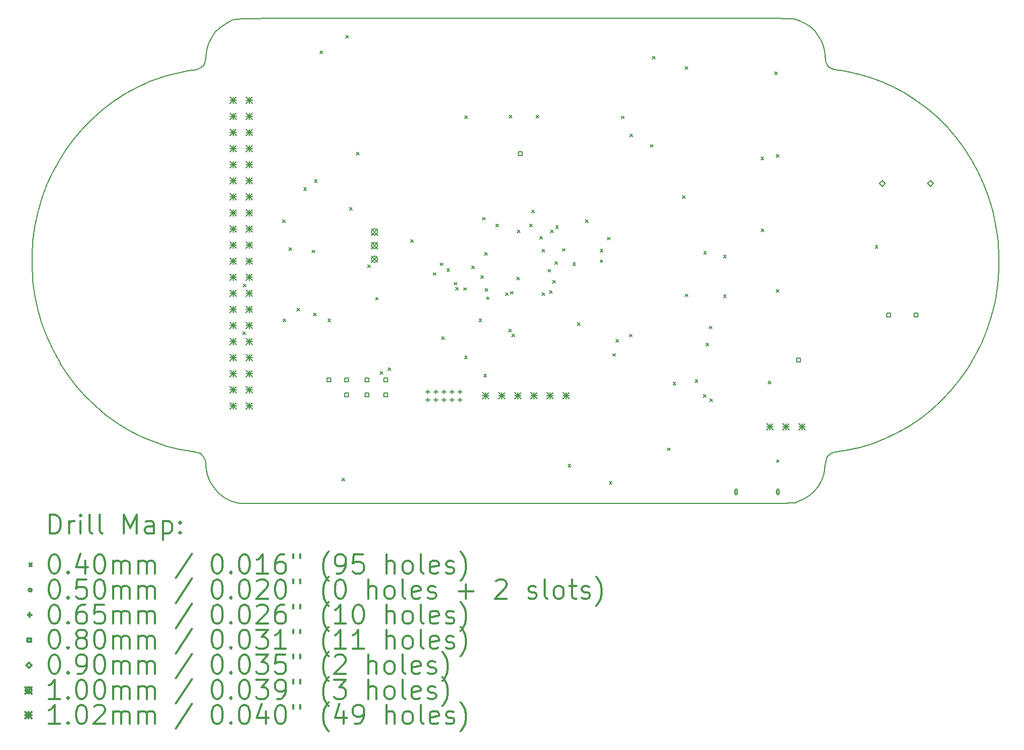
<source format=gbr>
%FSLAX45Y45*%
G04 Gerber Fmt 4.5, Leading zero omitted, Abs format (unit mm)*
G04 Created by KiCad (PCBNEW (2016-12-18 revision 3ffa37c)-master) date Monday, February 06, 2017 'PMt' 10:41:28 PM*
%MOMM*%
%LPD*%
G01*
G04 APERTURE LIST*
%ADD10C,0.127000*%
%ADD11C,0.150000*%
%ADD12C,0.200000*%
%ADD13C,0.300000*%
G04 APERTURE END LIST*
D10*
D11*
X13403871Y-5064494D02*
X13666055Y-5064516D01*
X13666055Y-5064516D02*
X13943394Y-5064543D01*
X13943394Y-5064543D02*
X14236324Y-5064570D01*
X14236324Y-5064570D02*
X14545279Y-5064591D01*
X14545279Y-5064591D02*
X14870695Y-5064600D01*
X14870695Y-5064600D02*
X14900000Y-5064600D01*
X14900000Y-5064600D02*
X15225195Y-5064603D01*
X15225195Y-5064603D02*
X15533889Y-5064614D01*
X15533889Y-5064614D02*
X15826513Y-5064633D01*
X15826513Y-5064633D02*
X16103500Y-5064663D01*
X16103500Y-5064663D02*
X16365282Y-5064703D01*
X16365282Y-5064703D02*
X16612291Y-5064757D01*
X16612291Y-5064757D02*
X16844958Y-5064824D01*
X16844958Y-5064824D02*
X17063715Y-5064907D01*
X17063715Y-5064907D02*
X17268995Y-5065007D01*
X17268995Y-5065007D02*
X17461230Y-5065124D01*
X17461230Y-5065124D02*
X17640851Y-5065261D01*
X17640851Y-5065261D02*
X17808291Y-5065418D01*
X17808291Y-5065418D02*
X17963981Y-5065597D01*
X17963981Y-5065597D02*
X18108354Y-5065800D01*
X18108354Y-5065800D02*
X18241842Y-5066027D01*
X18241842Y-5066027D02*
X18364876Y-5066280D01*
X18364876Y-5066280D02*
X18477888Y-5066561D01*
X18477888Y-5066561D02*
X18581311Y-5066870D01*
X18581311Y-5066870D02*
X18675577Y-5067209D01*
X18675577Y-5067209D02*
X18761117Y-5067579D01*
X18761117Y-5067579D02*
X18838363Y-5067981D01*
X18838363Y-5067981D02*
X18907748Y-5068418D01*
X18907748Y-5068418D02*
X18969703Y-5068890D01*
X18969703Y-5068890D02*
X19024661Y-5069398D01*
X19024661Y-5069398D02*
X19073053Y-5069944D01*
X19073053Y-5069944D02*
X19115312Y-5070530D01*
X19115312Y-5070530D02*
X19151869Y-5071155D01*
X19151869Y-5071155D02*
X19183156Y-5071823D01*
X19183156Y-5071823D02*
X19209606Y-5072534D01*
X19209606Y-5072534D02*
X19231650Y-5073289D01*
X19231650Y-5073289D02*
X19249720Y-5074090D01*
X19249720Y-5074090D02*
X19264249Y-5074938D01*
X19264249Y-5074938D02*
X19275669Y-5075835D01*
X19275669Y-5075835D02*
X19284410Y-5076781D01*
X19284410Y-5076781D02*
X19290906Y-5077779D01*
X19290906Y-5077779D02*
X19292380Y-5078067D01*
X19292380Y-5078067D02*
X19390309Y-5106500D01*
X19390309Y-5106500D02*
X19479746Y-5149022D01*
X19479746Y-5149022D02*
X19559829Y-5204606D01*
X19559829Y-5204606D02*
X19629698Y-5272224D01*
X19629698Y-5272224D02*
X19688490Y-5350848D01*
X19688490Y-5350848D02*
X19735342Y-5439450D01*
X19735342Y-5439450D02*
X19769394Y-5537003D01*
X19769394Y-5537003D02*
X19789783Y-5642479D01*
X19789783Y-5642479D02*
X19793073Y-5675092D01*
X19793073Y-5675092D02*
X19796952Y-5718151D01*
X19796952Y-5718151D02*
X19801106Y-5748489D01*
X19801106Y-5748489D02*
X19806569Y-5770300D01*
X19806569Y-5770300D02*
X19814373Y-5787779D01*
X19814373Y-5787779D02*
X19824841Y-5804112D01*
X19824841Y-5804112D02*
X19841678Y-5825672D01*
X19841678Y-5825672D02*
X19859890Y-5842512D01*
X19859890Y-5842512D02*
X19882263Y-5855771D01*
X19882263Y-5855771D02*
X19911586Y-5866592D01*
X19911586Y-5866592D02*
X19950647Y-5876114D01*
X19950647Y-5876114D02*
X20002232Y-5885478D01*
X20002232Y-5885478D02*
X20037212Y-5891014D01*
X20037212Y-5891014D02*
X20192983Y-5918577D01*
X20192983Y-5918577D02*
X20339016Y-5952472D01*
X20339016Y-5952472D02*
X20481878Y-5994458D01*
X20481878Y-5994458D02*
X20628135Y-6046294D01*
X20628135Y-6046294D02*
X20653560Y-6056115D01*
X20653560Y-6056115D02*
X20851592Y-6142441D01*
X20851592Y-6142441D02*
X21041742Y-6243346D01*
X21041742Y-6243346D02*
X21223400Y-6358119D01*
X21223400Y-6358119D02*
X21395957Y-6486046D01*
X21395957Y-6486046D02*
X21558801Y-6626414D01*
X21558801Y-6626414D02*
X21711323Y-6778512D01*
X21711323Y-6778512D02*
X21852913Y-6941625D01*
X21852913Y-6941625D02*
X21982959Y-7115043D01*
X21982959Y-7115043D02*
X22100853Y-7298051D01*
X22100853Y-7298051D02*
X22205984Y-7489937D01*
X22205984Y-7489937D02*
X22297742Y-7689989D01*
X22297742Y-7689989D02*
X22375516Y-7897493D01*
X22375516Y-7897493D02*
X22438697Y-8111737D01*
X22438697Y-8111737D02*
X22449063Y-8153399D01*
X22449063Y-8153399D02*
X22493503Y-8372803D01*
X22493503Y-8372803D02*
X22522257Y-8596790D01*
X22522257Y-8596790D02*
X22535296Y-8823500D01*
X22535296Y-8823500D02*
X22532594Y-9051073D01*
X22532594Y-9051073D02*
X22514122Y-9277649D01*
X22514122Y-9277649D02*
X22479855Y-9501367D01*
X22479855Y-9501367D02*
X22469607Y-9552841D01*
X22469607Y-9552841D02*
X22415580Y-9771540D01*
X22415580Y-9771540D02*
X22345706Y-9985304D01*
X22345706Y-9985304D02*
X22260522Y-10193141D01*
X22260522Y-10193141D02*
X22160565Y-10394058D01*
X22160565Y-10394058D02*
X22046371Y-10587060D01*
X22046371Y-10587060D02*
X21918478Y-10771156D01*
X21918478Y-10771156D02*
X21777422Y-10945351D01*
X21777422Y-10945351D02*
X21634259Y-11098233D01*
X21634259Y-11098233D02*
X21472290Y-11247851D01*
X21472290Y-11247851D02*
X21300848Y-11383912D01*
X21300848Y-11383912D02*
X21120740Y-11506011D01*
X21120740Y-11506011D02*
X20932773Y-11613744D01*
X20932773Y-11613744D02*
X20737753Y-11706709D01*
X20737753Y-11706709D02*
X20536486Y-11784502D01*
X20536486Y-11784502D02*
X20329780Y-11846718D01*
X20329780Y-11846718D02*
X20118440Y-11892955D01*
X20118440Y-11892955D02*
X20012681Y-11909761D01*
X20012681Y-11909761D02*
X19961533Y-11917487D01*
X19961533Y-11917487D02*
X19923804Y-11924984D01*
X19923804Y-11924984D02*
X19896034Y-11933393D01*
X19896034Y-11933393D02*
X19874766Y-11943853D01*
X19874766Y-11943853D02*
X19856541Y-11957505D01*
X19856541Y-11957505D02*
X19850127Y-11963355D01*
X19850127Y-11963355D02*
X19829024Y-11986473D01*
X19829024Y-11986473D02*
X19814042Y-12011852D01*
X19814042Y-12011852D02*
X19803730Y-12043493D01*
X19803730Y-12043493D02*
X19796634Y-12085400D01*
X19796634Y-12085400D02*
X19793000Y-12120704D01*
X19793000Y-12120704D02*
X19784677Y-12192612D01*
X19784677Y-12192612D02*
X19772497Y-12253874D01*
X19772497Y-12253874D02*
X19754873Y-12310626D01*
X19754873Y-12310626D02*
X19730220Y-12369004D01*
X19730220Y-12369004D02*
X19727117Y-12375567D01*
X19727117Y-12375567D02*
X19675732Y-12464013D01*
X19675732Y-12464013D02*
X19611264Y-12542371D01*
X19611264Y-12542371D02*
X19534940Y-12609606D01*
X19534940Y-12609606D02*
X19447986Y-12664686D01*
X19447986Y-12664686D02*
X19351630Y-12706574D01*
X19351630Y-12706574D02*
X19323833Y-12715587D01*
X19323833Y-12715587D02*
X19319590Y-12716731D01*
X19319590Y-12716731D02*
X19314351Y-12717817D01*
X19314351Y-12717817D02*
X19307681Y-12718848D01*
X19307681Y-12718848D02*
X19299143Y-12719823D01*
X19299143Y-12719823D02*
X19288303Y-12720745D01*
X19288303Y-12720745D02*
X19274723Y-12721616D01*
X19274723Y-12721616D02*
X19257968Y-12722437D01*
X19257968Y-12722437D02*
X19237602Y-12723210D01*
X19237602Y-12723210D02*
X19213188Y-12723937D01*
X19213188Y-12723937D02*
X19184292Y-12724619D01*
X19184292Y-12724619D02*
X19150477Y-12725257D01*
X19150477Y-12725257D02*
X19111306Y-12725854D01*
X19111306Y-12725854D02*
X19066344Y-12726412D01*
X19066344Y-12726412D02*
X19015156Y-12726931D01*
X19015156Y-12726931D02*
X18957304Y-12727413D01*
X18957304Y-12727413D02*
X18892353Y-12727860D01*
X18892353Y-12727860D02*
X18819868Y-12728275D01*
X18819868Y-12728275D02*
X18739411Y-12728657D01*
X18739411Y-12728657D02*
X18650548Y-12729009D01*
X18650548Y-12729009D02*
X18552842Y-12729333D01*
X18552842Y-12729333D02*
X18445857Y-12729631D01*
X18445857Y-12729631D02*
X18329157Y-12729903D01*
X18329157Y-12729903D02*
X18202306Y-12730152D01*
X18202306Y-12730152D02*
X18064869Y-12730379D01*
X18064869Y-12730379D02*
X17916408Y-12730586D01*
X17916408Y-12730586D02*
X17756489Y-12730774D01*
X17756489Y-12730774D02*
X17584676Y-12730946D01*
X17584676Y-12730946D02*
X17400531Y-12731102D01*
X17400531Y-12731102D02*
X17203620Y-12731245D01*
X17203620Y-12731245D02*
X16993506Y-12731375D01*
X16993506Y-12731375D02*
X16769754Y-12731496D01*
X16769754Y-12731496D02*
X16531927Y-12731608D01*
X16531927Y-12731608D02*
X16279589Y-12731713D01*
X16279589Y-12731713D02*
X16012305Y-12731812D01*
X16012305Y-12731812D02*
X15729639Y-12731908D01*
X15729639Y-12731908D02*
X15431154Y-12732002D01*
X15431154Y-12732002D02*
X15116414Y-12732095D01*
X15116414Y-12732095D02*
X14933867Y-12732148D01*
X14933867Y-12732148D02*
X14614587Y-12732223D01*
X14614587Y-12732223D02*
X14304852Y-12732265D01*
X14304852Y-12732265D02*
X14004977Y-12732275D01*
X14004977Y-12732275D02*
X13715278Y-12732252D01*
X13715278Y-12732252D02*
X13436068Y-12732198D01*
X13436068Y-12732198D02*
X13167664Y-12732112D01*
X13167664Y-12732112D02*
X12910381Y-12731996D01*
X12910381Y-12731996D02*
X12664532Y-12731849D01*
X12664532Y-12731849D02*
X12430435Y-12731672D01*
X12430435Y-12731672D02*
X12208403Y-12731466D01*
X12208403Y-12731466D02*
X11998751Y-12731231D01*
X11998751Y-12731231D02*
X11801796Y-12730968D01*
X11801796Y-12730968D02*
X11617851Y-12730677D01*
X11617851Y-12730677D02*
X11447232Y-12730358D01*
X11447232Y-12730358D02*
X11290253Y-12730012D01*
X11290253Y-12730012D02*
X11147231Y-12729640D01*
X11147231Y-12729640D02*
X11018480Y-12729241D01*
X11018480Y-12729241D02*
X10904315Y-12728817D01*
X10904315Y-12728817D02*
X10805052Y-12728369D01*
X10805052Y-12728369D02*
X10721004Y-12727895D01*
X10721004Y-12727895D02*
X10652488Y-12727397D01*
X10652488Y-12727397D02*
X10599818Y-12726876D01*
X10599818Y-12726876D02*
X10563310Y-12726331D01*
X10563310Y-12726331D02*
X10543278Y-12725764D01*
X10543278Y-12725764D02*
X10539725Y-12725502D01*
X10539725Y-12725502D02*
X10445208Y-12703581D01*
X10445208Y-12703581D02*
X10355703Y-12666305D01*
X10355703Y-12666305D02*
X10272788Y-12614899D01*
X10272788Y-12614899D02*
X10198041Y-12550591D01*
X10198041Y-12550591D02*
X10133042Y-12474605D01*
X10133042Y-12474605D02*
X10079367Y-12388169D01*
X10079367Y-12388169D02*
X10063498Y-12355562D01*
X10063498Y-12355562D02*
X10045526Y-12308277D01*
X10045526Y-12308277D02*
X10029380Y-12251824D01*
X10029380Y-12251824D02*
X10016528Y-12192710D01*
X10016528Y-12192710D02*
X10008438Y-12137442D01*
X10008438Y-12137442D02*
X10006378Y-12102245D01*
X10006378Y-12102245D02*
X9999005Y-12047523D01*
X9999005Y-12047523D02*
X9978351Y-11998653D01*
X9978351Y-11998653D02*
X9946193Y-11958804D01*
X9946193Y-11958804D02*
X9912836Y-11935267D01*
X9912836Y-11935267D02*
X9896136Y-11929713D01*
X9896136Y-11929713D02*
X9866846Y-11923031D01*
X9866846Y-11923031D02*
X9829190Y-11916089D01*
X9829190Y-11916089D02*
X9790069Y-11910116D01*
X9790069Y-11910116D02*
X9578546Y-11872577D01*
X9578546Y-11872577D02*
X9371415Y-11819015D01*
X9371415Y-11819015D02*
X9169444Y-11749947D01*
X9169444Y-11749947D02*
X8973399Y-11665889D01*
X8973399Y-11665889D02*
X8784049Y-11567359D01*
X8784049Y-11567359D02*
X8602160Y-11454875D01*
X8602160Y-11454875D02*
X8428501Y-11328953D01*
X8428501Y-11328953D02*
X8263837Y-11190110D01*
X8263837Y-11190110D02*
X8108938Y-11038864D01*
X8108938Y-11038864D02*
X7964569Y-10875732D01*
X7964569Y-10875732D02*
X7831499Y-10701231D01*
X7831499Y-10701231D02*
X7710495Y-10515879D01*
X7710495Y-10515879D02*
X7703085Y-10503501D01*
X7703085Y-10503501D02*
X7594490Y-10305521D01*
X7594490Y-10305521D02*
X7501368Y-10102132D01*
X7501368Y-10102132D02*
X7423466Y-9892576D01*
X7423466Y-9892576D02*
X7360535Y-9676092D01*
X7360535Y-9676092D02*
X7312322Y-9451923D01*
X7312322Y-9451923D02*
X7278850Y-9221733D01*
X7278850Y-9221733D02*
X7274860Y-9174415D01*
X7274860Y-9174415D02*
X7271792Y-9113696D01*
X7271792Y-9113696D02*
X7269647Y-9043076D01*
X7269647Y-9043076D02*
X7268423Y-8966059D01*
X7268423Y-8966059D02*
X7268133Y-8888832D01*
X7268133Y-8888832D02*
X7268122Y-8886146D01*
X7268122Y-8886146D02*
X7268744Y-8806839D01*
X7268744Y-8806839D02*
X7270287Y-8731639D01*
X7270287Y-8731639D02*
X7272752Y-8664049D01*
X7272752Y-8664049D02*
X7276139Y-8607571D01*
X7276139Y-8607571D02*
X7278859Y-8578267D01*
X7278859Y-8578267D02*
X7312406Y-8346762D01*
X7312406Y-8346762D02*
X7359895Y-8124385D01*
X7359895Y-8124385D02*
X7421682Y-7910152D01*
X7421682Y-7910152D02*
X7498123Y-7703082D01*
X7498123Y-7703082D02*
X7589575Y-7502193D01*
X7589575Y-7502193D02*
X7696394Y-7306504D01*
X7696394Y-7306504D02*
X7799778Y-7143167D01*
X7799778Y-7143167D02*
X7927824Y-6967798D01*
X7927824Y-6967798D02*
X8068412Y-6802642D01*
X8068412Y-6802642D02*
X8220530Y-6648441D01*
X8220530Y-6648441D02*
X8383164Y-6505938D01*
X8383164Y-6505938D02*
X8555303Y-6375876D01*
X8555303Y-6375876D02*
X8735936Y-6258997D01*
X8735936Y-6258997D02*
X8924048Y-6156045D01*
X8924048Y-6156045D02*
X9118629Y-6067761D01*
X9118629Y-6067761D02*
X9318666Y-5994890D01*
X9318666Y-5994890D02*
X9396936Y-5971097D01*
X9396936Y-5971097D02*
X9504202Y-5942738D01*
X9504202Y-5942738D02*
X9616531Y-5917480D01*
X9616531Y-5917480D02*
X9726538Y-5896880D01*
X9726538Y-5896880D02*
X9803067Y-5885426D01*
X9803067Y-5885426D02*
X9860298Y-5875767D01*
X9860298Y-5875767D02*
X9903937Y-5862887D01*
X9903937Y-5862887D02*
X9937221Y-5845465D01*
X9937221Y-5845465D02*
X9963384Y-5822178D01*
X9963384Y-5822178D02*
X9966374Y-5818720D01*
X9966374Y-5818720D02*
X9982788Y-5795480D01*
X9982788Y-5795480D02*
X9994440Y-5768701D01*
X9994440Y-5768701D02*
X10002436Y-5734469D01*
X10002436Y-5734469D02*
X10007886Y-5688869D01*
X10007886Y-5688869D02*
X10009658Y-5665733D01*
X10009658Y-5665733D02*
X10024817Y-5560840D01*
X10024817Y-5560840D02*
X10055053Y-5462460D01*
X10055053Y-5462460D02*
X10099570Y-5371776D01*
X10099570Y-5371776D02*
X10157574Y-5289971D01*
X10157574Y-5289971D02*
X10228270Y-5218226D01*
X10228270Y-5218226D02*
X10310862Y-5157726D01*
X10310862Y-5157726D02*
X10374567Y-5123061D01*
X10374567Y-5123061D02*
X10383086Y-5118720D01*
X10383086Y-5118720D02*
X10390235Y-5114598D01*
X10390235Y-5114598D02*
X10396449Y-5110689D01*
X10396449Y-5110689D02*
X10402163Y-5106988D01*
X10402163Y-5106988D02*
X10407812Y-5103488D01*
X10407812Y-5103488D02*
X10413830Y-5100185D01*
X10413830Y-5100185D02*
X10420652Y-5097073D01*
X10420652Y-5097073D02*
X10428714Y-5094145D01*
X10428714Y-5094145D02*
X10438449Y-5091397D01*
X10438449Y-5091397D02*
X10450294Y-5088823D01*
X10450294Y-5088823D02*
X10464683Y-5086417D01*
X10464683Y-5086417D02*
X10482051Y-5084173D01*
X10482051Y-5084173D02*
X10502832Y-5082087D01*
X10502832Y-5082087D02*
X10527462Y-5080151D01*
X10527462Y-5080151D02*
X10556376Y-5078362D01*
X10556376Y-5078362D02*
X10590007Y-5076712D01*
X10590007Y-5076712D02*
X10628793Y-5075197D01*
X10628793Y-5075197D02*
X10673166Y-5073811D01*
X10673166Y-5073811D02*
X10723562Y-5072548D01*
X10723562Y-5072548D02*
X10780416Y-5071403D01*
X10780416Y-5071403D02*
X10844164Y-5070369D01*
X10844164Y-5070369D02*
X10915238Y-5069443D01*
X10915238Y-5069443D02*
X10994076Y-5068616D01*
X10994076Y-5068616D02*
X11081111Y-5067885D01*
X11081111Y-5067885D02*
X11176778Y-5067244D01*
X11176778Y-5067244D02*
X11281512Y-5066686D01*
X11281512Y-5066686D02*
X11395749Y-5066207D01*
X11395749Y-5066207D02*
X11519923Y-5065800D01*
X11519923Y-5065800D02*
X11654468Y-5065460D01*
X11654468Y-5065460D02*
X11799821Y-5065182D01*
X11799821Y-5065182D02*
X11956415Y-5064960D01*
X11956415Y-5064960D02*
X12124685Y-5064788D01*
X12124685Y-5064788D02*
X12305068Y-5064660D01*
X12305068Y-5064660D02*
X12497996Y-5064572D01*
X12497996Y-5064572D02*
X12703906Y-5064516D01*
X12703906Y-5064516D02*
X12923232Y-5064489D01*
X12923232Y-5064489D02*
X13156409Y-5064483D01*
X13156409Y-5064483D02*
X13403871Y-5064494D01*
D12*
X10594630Y-10018900D02*
X10634630Y-10058900D01*
X10634630Y-10018900D02*
X10594630Y-10058900D01*
X10605550Y-9265000D02*
X10645550Y-9305000D01*
X10645550Y-9265000D02*
X10605550Y-9305000D01*
X11220490Y-8249000D02*
X11260490Y-8289000D01*
X11260490Y-8249000D02*
X11220490Y-8289000D01*
X11230100Y-9815530D02*
X11270100Y-9855530D01*
X11270100Y-9815530D02*
X11230100Y-9855530D01*
X11325920Y-8692590D02*
X11365920Y-8732590D01*
X11365920Y-8692590D02*
X11325920Y-8732590D01*
X11452560Y-9650230D02*
X11492560Y-9690230D01*
X11492560Y-9650230D02*
X11452560Y-9690230D01*
X11555460Y-7740550D02*
X11595460Y-7780550D01*
X11595460Y-7740550D02*
X11555460Y-7780550D01*
X11686140Y-8729820D02*
X11726140Y-8769820D01*
X11726140Y-8729820D02*
X11686140Y-8769820D01*
X11713820Y-9723430D02*
X11753820Y-9763430D01*
X11753820Y-9723430D02*
X11713820Y-9763430D01*
X11726620Y-7614000D02*
X11766620Y-7654000D01*
X11766620Y-7614000D02*
X11726620Y-7654000D01*
X11817360Y-5581200D02*
X11857360Y-5621200D01*
X11857360Y-5581200D02*
X11817360Y-5621200D01*
X11938340Y-9817760D02*
X11978340Y-9857760D01*
X11978340Y-9817760D02*
X11938340Y-9857760D01*
X12163750Y-12331200D02*
X12203750Y-12371200D01*
X12203750Y-12331200D02*
X12163750Y-12371200D01*
X12218150Y-5338950D02*
X12258150Y-5378950D01*
X12258150Y-5338950D02*
X12218150Y-5378950D01*
X12278440Y-8056230D02*
X12318440Y-8096230D01*
X12318440Y-8056230D02*
X12278440Y-8096230D01*
X12388860Y-7182590D02*
X12428860Y-7222590D01*
X12428860Y-7182590D02*
X12388860Y-7222590D01*
X12569070Y-8963830D02*
X12609070Y-9003830D01*
X12609070Y-8963830D02*
X12569070Y-9003830D01*
X12691890Y-9473780D02*
X12731890Y-9513780D01*
X12731890Y-9473780D02*
X12691890Y-9513780D01*
X12762470Y-10647740D02*
X12802470Y-10687740D01*
X12802470Y-10647740D02*
X12762470Y-10687740D01*
X12889020Y-10584310D02*
X12929020Y-10624310D01*
X12929020Y-10584310D02*
X12889020Y-10624310D01*
X13246370Y-8562590D02*
X13286370Y-8602590D01*
X13286370Y-8562590D02*
X13246370Y-8602590D01*
X13603370Y-9084120D02*
X13643370Y-9124120D01*
X13643370Y-9084120D02*
X13603370Y-9124120D01*
X13710930Y-8933140D02*
X13750930Y-8973140D01*
X13750930Y-8933140D02*
X13710930Y-8973140D01*
X13737180Y-10093320D02*
X13777180Y-10133320D01*
X13777180Y-10093320D02*
X13737180Y-10133320D01*
X13817000Y-9021480D02*
X13857000Y-9061480D01*
X13857000Y-9021480D02*
X13817000Y-9061480D01*
X13930620Y-9237980D02*
X13970620Y-9277980D01*
X13970620Y-9237980D02*
X13930620Y-9277980D01*
X13955990Y-9318020D02*
X13995990Y-9358020D01*
X13995990Y-9318020D02*
X13955990Y-9358020D01*
X14081060Y-9321190D02*
X14121060Y-9361190D01*
X14121060Y-9321190D02*
X14081060Y-9361190D01*
X14096800Y-10401380D02*
X14136800Y-10441380D01*
X14136800Y-10401380D02*
X14096800Y-10441380D01*
X14099910Y-6609500D02*
X14139910Y-6649500D01*
X14139910Y-6609500D02*
X14099910Y-6649500D01*
X14209830Y-8976560D02*
X14249830Y-9016560D01*
X14249830Y-8976560D02*
X14209830Y-9016560D01*
X14325000Y-9816200D02*
X14365000Y-9856200D01*
X14365000Y-9816200D02*
X14325000Y-9856200D01*
X14354080Y-9130750D02*
X14394080Y-9170750D01*
X14394080Y-9130750D02*
X14354080Y-9170750D01*
X14377460Y-8211710D02*
X14417460Y-8251710D01*
X14417460Y-8211710D02*
X14377460Y-8251710D01*
X14402060Y-10689960D02*
X14442060Y-10729960D01*
X14442060Y-10689960D02*
X14402060Y-10729960D01*
X14413700Y-8767320D02*
X14453700Y-8807320D01*
X14453700Y-8767320D02*
X14413700Y-8807320D01*
X14421830Y-9335030D02*
X14461830Y-9375030D01*
X14461830Y-9335030D02*
X14421830Y-9375030D01*
X14443000Y-9466200D02*
X14483000Y-9506200D01*
X14483000Y-9466200D02*
X14443000Y-9506200D01*
X14589210Y-8319280D02*
X14629210Y-8359280D01*
X14629210Y-8319280D02*
X14589210Y-8359280D01*
X14745000Y-9401200D02*
X14785000Y-9441200D01*
X14785000Y-9401200D02*
X14745000Y-9441200D01*
X14793060Y-9979110D02*
X14833060Y-10019110D01*
X14833060Y-9979110D02*
X14793060Y-10019110D01*
X14805620Y-6601300D02*
X14845620Y-6641300D01*
X14845620Y-6601300D02*
X14805620Y-6641300D01*
X14818000Y-9380200D02*
X14858000Y-9420200D01*
X14858000Y-9380200D02*
X14818000Y-9420200D01*
X14848000Y-10053200D02*
X14888000Y-10093200D01*
X14888000Y-10053200D02*
X14848000Y-10093200D01*
X14925000Y-9154200D02*
X14965000Y-9194200D01*
X14965000Y-9154200D02*
X14925000Y-9194200D01*
X14933000Y-8411200D02*
X14973000Y-8451200D01*
X14973000Y-8411200D02*
X14933000Y-8451200D01*
X15123000Y-8321200D02*
X15163000Y-8361200D01*
X15163000Y-8321200D02*
X15123000Y-8361200D01*
X15160150Y-8095470D02*
X15200150Y-8135470D01*
X15200150Y-8095470D02*
X15160150Y-8135470D01*
X15224660Y-6601300D02*
X15264660Y-6641300D01*
X15264660Y-6601300D02*
X15224660Y-6641300D01*
X15288170Y-8514050D02*
X15328170Y-8554050D01*
X15328170Y-8514050D02*
X15288170Y-8554050D01*
X15317840Y-8715990D02*
X15357840Y-8755990D01*
X15357840Y-8715990D02*
X15317840Y-8755990D01*
X15320000Y-9403200D02*
X15360000Y-9443200D01*
X15360000Y-9403200D02*
X15320000Y-9443200D01*
X15411710Y-9032690D02*
X15451710Y-9072690D01*
X15451710Y-9032690D02*
X15411710Y-9072690D01*
X15439690Y-9365810D02*
X15479690Y-9405810D01*
X15479690Y-9365810D02*
X15439690Y-9405810D01*
X15455020Y-8408560D02*
X15495020Y-8448560D01*
X15495020Y-8408560D02*
X15455020Y-8448560D01*
X15490770Y-9204480D02*
X15530770Y-9244480D01*
X15530770Y-9204480D02*
X15490770Y-9244480D01*
X15525970Y-8912810D02*
X15565970Y-8952810D01*
X15565970Y-8912810D02*
X15525970Y-8952810D01*
X15535130Y-8346030D02*
X15575130Y-8386030D01*
X15575130Y-8346030D02*
X15535130Y-8386030D01*
X15643150Y-8702380D02*
X15683150Y-8742380D01*
X15683150Y-8702380D02*
X15643150Y-8742380D01*
X15730520Y-12113840D02*
X15770520Y-12153840D01*
X15770520Y-12113840D02*
X15730520Y-12153840D01*
X15807180Y-8925120D02*
X15847180Y-8965120D01*
X15847180Y-8925120D02*
X15807180Y-8965120D01*
X15876000Y-9879200D02*
X15916000Y-9919200D01*
X15916000Y-9879200D02*
X15876000Y-9919200D01*
X16008000Y-8251200D02*
X16048000Y-8291200D01*
X16048000Y-8251200D02*
X16008000Y-8291200D01*
X16238000Y-8716200D02*
X16278000Y-8756200D01*
X16278000Y-8716200D02*
X16238000Y-8756200D01*
X16238000Y-8881200D02*
X16278000Y-8921200D01*
X16278000Y-8881200D02*
X16238000Y-8921200D01*
X16353000Y-8526200D02*
X16393000Y-8566200D01*
X16393000Y-8526200D02*
X16353000Y-8566200D01*
X16383000Y-12385150D02*
X16423000Y-12425150D01*
X16423000Y-12385150D02*
X16383000Y-12425150D01*
X16435790Y-10363700D02*
X16475790Y-10403700D01*
X16475790Y-10363700D02*
X16435790Y-10403700D01*
X16489330Y-10141140D02*
X16529330Y-10181140D01*
X16529330Y-10141140D02*
X16489330Y-10181140D01*
X16574380Y-6611110D02*
X16614380Y-6651110D01*
X16614380Y-6611110D02*
X16574380Y-6651110D01*
X16699000Y-10058200D02*
X16739000Y-10098200D01*
X16739000Y-10058200D02*
X16699000Y-10098200D01*
X16708000Y-6894730D02*
X16748000Y-6934730D01*
X16748000Y-6894730D02*
X16708000Y-6934730D01*
X17030200Y-7060970D02*
X17070200Y-7100970D01*
X17070200Y-7060970D02*
X17030200Y-7100970D01*
X17064710Y-5667990D02*
X17104710Y-5707990D01*
X17104710Y-5667990D02*
X17064710Y-5707990D01*
X17303050Y-11853880D02*
X17343050Y-11893880D01*
X17343050Y-11853880D02*
X17303050Y-11893880D01*
X17391220Y-10818700D02*
X17431220Y-10858700D01*
X17431220Y-10818700D02*
X17391220Y-10858700D01*
X17536880Y-7867400D02*
X17576880Y-7907400D01*
X17576880Y-7867400D02*
X17536880Y-7907400D01*
X17578000Y-9423940D02*
X17618000Y-9463940D01*
X17618000Y-9423940D02*
X17578000Y-9463940D01*
X17579500Y-5826960D02*
X17619500Y-5866960D01*
X17619500Y-5826960D02*
X17579500Y-5866960D01*
X17737670Y-10772940D02*
X17777670Y-10812940D01*
X17777670Y-10772940D02*
X17737670Y-10812940D01*
X17868270Y-11013700D02*
X17908270Y-11053700D01*
X17908270Y-11013700D02*
X17868270Y-11053700D01*
X17873420Y-8749440D02*
X17913420Y-8789440D01*
X17913420Y-8749440D02*
X17873420Y-8789440D01*
X17911800Y-10195920D02*
X17951800Y-10235920D01*
X17951800Y-10195920D02*
X17911800Y-10235920D01*
X17959000Y-9932200D02*
X17999000Y-9972200D01*
X17999000Y-9932200D02*
X17959000Y-9972200D01*
X17969090Y-11078700D02*
X18009090Y-11118700D01*
X18009090Y-11078700D02*
X17969090Y-11118700D01*
X18184800Y-8811010D02*
X18224800Y-8851010D01*
X18224800Y-8811010D02*
X18184800Y-8851010D01*
X18184830Y-9438240D02*
X18224830Y-9478240D01*
X18224830Y-9438240D02*
X18184830Y-9478240D01*
X18778500Y-7258020D02*
X18818500Y-7298020D01*
X18818500Y-7258020D02*
X18778500Y-7298020D01*
X18784490Y-8391600D02*
X18824490Y-8431600D01*
X18824490Y-8391600D02*
X18784490Y-8431600D01*
X18893000Y-10800310D02*
X18933000Y-10840310D01*
X18933000Y-10800310D02*
X18893000Y-10840310D01*
X18991960Y-5911450D02*
X19031960Y-5951450D01*
X19031960Y-5911450D02*
X18991960Y-5951450D01*
X19018600Y-7215200D02*
X19058600Y-7255200D01*
X19058600Y-7215200D02*
X19018600Y-7255200D01*
X19018600Y-9348800D02*
X19058600Y-9388800D01*
X19058600Y-9348800D02*
X19018600Y-9388800D01*
X19025140Y-12040270D02*
X19065140Y-12080270D01*
X19065140Y-12040270D02*
X19025140Y-12080270D01*
X20583000Y-8656200D02*
X20623000Y-8696200D01*
X20623000Y-8656200D02*
X20583000Y-8696200D01*
X18408000Y-12546200D02*
G75*
G03X18408000Y-12546200I-25000J0D01*
G01*
X18398000Y-12581200D02*
X18398000Y-12511200D01*
X18368000Y-12581200D02*
X18368000Y-12511200D01*
X18398000Y-12511200D02*
G75*
G03X18368000Y-12511200I-15000J0D01*
G01*
X18368000Y-12581200D02*
G75*
G03X18398000Y-12581200I15000J0D01*
G01*
X19068000Y-12546200D02*
G75*
G03X19068000Y-12546200I-25000J0D01*
G01*
X19058000Y-12581200D02*
X19058000Y-12511200D01*
X19028000Y-12581200D02*
X19028000Y-12511200D01*
X19058000Y-12511200D02*
G75*
G03X19028000Y-12511200I-15000J0D01*
G01*
X19028000Y-12581200D02*
G75*
G03X19058000Y-12581200I15000J0D01*
G01*
X13518000Y-10931700D02*
X13518000Y-10996700D01*
X13485500Y-10964200D02*
X13550500Y-10964200D01*
X13518000Y-11058700D02*
X13518000Y-11123700D01*
X13485500Y-11091200D02*
X13550500Y-11091200D01*
X13645000Y-10931700D02*
X13645000Y-10996700D01*
X13612500Y-10964200D02*
X13677500Y-10964200D01*
X13645000Y-11058700D02*
X13645000Y-11123700D01*
X13612500Y-11091200D02*
X13677500Y-11091200D01*
X13772000Y-10931700D02*
X13772000Y-10996700D01*
X13739500Y-10964200D02*
X13804500Y-10964200D01*
X13772000Y-11058700D02*
X13772000Y-11123700D01*
X13739500Y-11091200D02*
X13804500Y-11091200D01*
X13899000Y-10931700D02*
X13899000Y-10996700D01*
X13866500Y-10964200D02*
X13931500Y-10964200D01*
X13899000Y-11058700D02*
X13899000Y-11123700D01*
X13866500Y-11091200D02*
X13931500Y-11091200D01*
X14026000Y-10931700D02*
X14026000Y-10996700D01*
X13993500Y-10964200D02*
X14058500Y-10964200D01*
X14026000Y-11058700D02*
X14026000Y-11123700D01*
X13993500Y-11091200D02*
X14058500Y-11091200D01*
X11981284Y-10804485D02*
X11981284Y-10747916D01*
X11924715Y-10747916D01*
X11924715Y-10804485D01*
X11981284Y-10804485D01*
X12261284Y-10804485D02*
X12261284Y-10747916D01*
X12204715Y-10747916D01*
X12204715Y-10804485D01*
X12261284Y-10804485D01*
X12261284Y-11044485D02*
X12261284Y-10987916D01*
X12204715Y-10987916D01*
X12204715Y-11044485D01*
X12261284Y-11044485D01*
X12581284Y-10804485D02*
X12581284Y-10747916D01*
X12524715Y-10747916D01*
X12524715Y-10804485D01*
X12581284Y-10804485D01*
X12581284Y-11044485D02*
X12581284Y-10987916D01*
X12524715Y-10987916D01*
X12524715Y-11044485D01*
X12581284Y-11044485D01*
X12881284Y-10804485D02*
X12881284Y-10747916D01*
X12824715Y-10747916D01*
X12824715Y-10804485D01*
X12881284Y-10804485D01*
X12881284Y-11044485D02*
X12881284Y-10987916D01*
X12824715Y-10987916D01*
X12824715Y-11044485D01*
X12881284Y-11044485D01*
X15006284Y-7229484D02*
X15006284Y-7172915D01*
X14949715Y-7172915D01*
X14949715Y-7229484D01*
X15006284Y-7229484D01*
X19397085Y-10489285D02*
X19397085Y-10432716D01*
X19340516Y-10432716D01*
X19340516Y-10489285D01*
X19397085Y-10489285D01*
X20819485Y-9778085D02*
X20819485Y-9721516D01*
X20762916Y-9721516D01*
X20762916Y-9778085D01*
X20819485Y-9778085D01*
X21251285Y-9778085D02*
X21251285Y-9721516D01*
X21194716Y-9721516D01*
X21194716Y-9778085D01*
X21251285Y-9778085D01*
X20693000Y-7721200D02*
X20738000Y-7676200D01*
X20693000Y-7631200D01*
X20648000Y-7676200D01*
X20693000Y-7721200D01*
X21453000Y-7721200D02*
X21498000Y-7676200D01*
X21453000Y-7631200D01*
X21408000Y-7676200D01*
X21453000Y-7721200D01*
X12623000Y-8391200D02*
X12723000Y-8491200D01*
X12723000Y-8391200D02*
X12623000Y-8491200D01*
X12723000Y-8441200D02*
G75*
G03X12723000Y-8441200I-50000J0D01*
G01*
X12623000Y-8606200D02*
X12723000Y-8706200D01*
X12723000Y-8606200D02*
X12623000Y-8706200D01*
X12723000Y-8656200D02*
G75*
G03X12723000Y-8656200I-50000J0D01*
G01*
X12623000Y-8821200D02*
X12723000Y-8921200D01*
X12723000Y-8821200D02*
X12623000Y-8921200D01*
X12723000Y-8871200D02*
G75*
G03X12723000Y-8871200I-50000J0D01*
G01*
X10389200Y-6313200D02*
X10490800Y-6414800D01*
X10490800Y-6313200D02*
X10389200Y-6414800D01*
X10440000Y-6313200D02*
X10440000Y-6414800D01*
X10389200Y-6364000D02*
X10490800Y-6364000D01*
X10389200Y-6567200D02*
X10490800Y-6668800D01*
X10490800Y-6567200D02*
X10389200Y-6668800D01*
X10440000Y-6567200D02*
X10440000Y-6668800D01*
X10389200Y-6618000D02*
X10490800Y-6618000D01*
X10389200Y-6821200D02*
X10490800Y-6922800D01*
X10490800Y-6821200D02*
X10389200Y-6922800D01*
X10440000Y-6821200D02*
X10440000Y-6922800D01*
X10389200Y-6872000D02*
X10490800Y-6872000D01*
X10389200Y-7075200D02*
X10490800Y-7176800D01*
X10490800Y-7075200D02*
X10389200Y-7176800D01*
X10440000Y-7075200D02*
X10440000Y-7176800D01*
X10389200Y-7126000D02*
X10490800Y-7126000D01*
X10389200Y-7329200D02*
X10490800Y-7430800D01*
X10490800Y-7329200D02*
X10389200Y-7430800D01*
X10440000Y-7329200D02*
X10440000Y-7430800D01*
X10389200Y-7380000D02*
X10490800Y-7380000D01*
X10389200Y-7583200D02*
X10490800Y-7684800D01*
X10490800Y-7583200D02*
X10389200Y-7684800D01*
X10440000Y-7583200D02*
X10440000Y-7684800D01*
X10389200Y-7634000D02*
X10490800Y-7634000D01*
X10389200Y-7837200D02*
X10490800Y-7938800D01*
X10490800Y-7837200D02*
X10389200Y-7938800D01*
X10440000Y-7837200D02*
X10440000Y-7938800D01*
X10389200Y-7888000D02*
X10490800Y-7888000D01*
X10389200Y-8091200D02*
X10490800Y-8192800D01*
X10490800Y-8091200D02*
X10389200Y-8192800D01*
X10440000Y-8091200D02*
X10440000Y-8192800D01*
X10389200Y-8142000D02*
X10490800Y-8142000D01*
X10389200Y-8345200D02*
X10490800Y-8446800D01*
X10490800Y-8345200D02*
X10389200Y-8446800D01*
X10440000Y-8345200D02*
X10440000Y-8446800D01*
X10389200Y-8396000D02*
X10490800Y-8396000D01*
X10389200Y-8599200D02*
X10490800Y-8700800D01*
X10490800Y-8599200D02*
X10389200Y-8700800D01*
X10440000Y-8599200D02*
X10440000Y-8700800D01*
X10389200Y-8650000D02*
X10490800Y-8650000D01*
X10389200Y-8853200D02*
X10490800Y-8954800D01*
X10490800Y-8853200D02*
X10389200Y-8954800D01*
X10440000Y-8853200D02*
X10440000Y-8954800D01*
X10389200Y-8904000D02*
X10490800Y-8904000D01*
X10389200Y-9107200D02*
X10490800Y-9208800D01*
X10490800Y-9107200D02*
X10389200Y-9208800D01*
X10440000Y-9107200D02*
X10440000Y-9208800D01*
X10389200Y-9158000D02*
X10490800Y-9158000D01*
X10389200Y-9361200D02*
X10490800Y-9462800D01*
X10490800Y-9361200D02*
X10389200Y-9462800D01*
X10440000Y-9361200D02*
X10440000Y-9462800D01*
X10389200Y-9412000D02*
X10490800Y-9412000D01*
X10389200Y-9615200D02*
X10490800Y-9716800D01*
X10490800Y-9615200D02*
X10389200Y-9716800D01*
X10440000Y-9615200D02*
X10440000Y-9716800D01*
X10389200Y-9666000D02*
X10490800Y-9666000D01*
X10389200Y-9869200D02*
X10490800Y-9970800D01*
X10490800Y-9869200D02*
X10389200Y-9970800D01*
X10440000Y-9869200D02*
X10440000Y-9970800D01*
X10389200Y-9920000D02*
X10490800Y-9920000D01*
X10389200Y-10123200D02*
X10490800Y-10224800D01*
X10490800Y-10123200D02*
X10389200Y-10224800D01*
X10440000Y-10123200D02*
X10440000Y-10224800D01*
X10389200Y-10174000D02*
X10490800Y-10174000D01*
X10389200Y-10377200D02*
X10490800Y-10478800D01*
X10490800Y-10377200D02*
X10389200Y-10478800D01*
X10440000Y-10377200D02*
X10440000Y-10478800D01*
X10389200Y-10428000D02*
X10490800Y-10428000D01*
X10389200Y-10631200D02*
X10490800Y-10732800D01*
X10490800Y-10631200D02*
X10389200Y-10732800D01*
X10440000Y-10631200D02*
X10440000Y-10732800D01*
X10389200Y-10682000D02*
X10490800Y-10682000D01*
X10389200Y-10885200D02*
X10490800Y-10986800D01*
X10490800Y-10885200D02*
X10389200Y-10986800D01*
X10440000Y-10885200D02*
X10440000Y-10986800D01*
X10389200Y-10936000D02*
X10490800Y-10936000D01*
X10389200Y-11139200D02*
X10490800Y-11240800D01*
X10490800Y-11139200D02*
X10389200Y-11240800D01*
X10440000Y-11139200D02*
X10440000Y-11240800D01*
X10389200Y-11190000D02*
X10490800Y-11190000D01*
X10643200Y-6313200D02*
X10744800Y-6414800D01*
X10744800Y-6313200D02*
X10643200Y-6414800D01*
X10694000Y-6313200D02*
X10694000Y-6414800D01*
X10643200Y-6364000D02*
X10744800Y-6364000D01*
X10643200Y-6567200D02*
X10744800Y-6668800D01*
X10744800Y-6567200D02*
X10643200Y-6668800D01*
X10694000Y-6567200D02*
X10694000Y-6668800D01*
X10643200Y-6618000D02*
X10744800Y-6618000D01*
X10643200Y-6821200D02*
X10744800Y-6922800D01*
X10744800Y-6821200D02*
X10643200Y-6922800D01*
X10694000Y-6821200D02*
X10694000Y-6922800D01*
X10643200Y-6872000D02*
X10744800Y-6872000D01*
X10643200Y-7075200D02*
X10744800Y-7176800D01*
X10744800Y-7075200D02*
X10643200Y-7176800D01*
X10694000Y-7075200D02*
X10694000Y-7176800D01*
X10643200Y-7126000D02*
X10744800Y-7126000D01*
X10643200Y-7329200D02*
X10744800Y-7430800D01*
X10744800Y-7329200D02*
X10643200Y-7430800D01*
X10694000Y-7329200D02*
X10694000Y-7430800D01*
X10643200Y-7380000D02*
X10744800Y-7380000D01*
X10643200Y-7583200D02*
X10744800Y-7684800D01*
X10744800Y-7583200D02*
X10643200Y-7684800D01*
X10694000Y-7583200D02*
X10694000Y-7684800D01*
X10643200Y-7634000D02*
X10744800Y-7634000D01*
X10643200Y-7837200D02*
X10744800Y-7938800D01*
X10744800Y-7837200D02*
X10643200Y-7938800D01*
X10694000Y-7837200D02*
X10694000Y-7938800D01*
X10643200Y-7888000D02*
X10744800Y-7888000D01*
X10643200Y-8091200D02*
X10744800Y-8192800D01*
X10744800Y-8091200D02*
X10643200Y-8192800D01*
X10694000Y-8091200D02*
X10694000Y-8192800D01*
X10643200Y-8142000D02*
X10744800Y-8142000D01*
X10643200Y-8345200D02*
X10744800Y-8446800D01*
X10744800Y-8345200D02*
X10643200Y-8446800D01*
X10694000Y-8345200D02*
X10694000Y-8446800D01*
X10643200Y-8396000D02*
X10744800Y-8396000D01*
X10643200Y-8599200D02*
X10744800Y-8700800D01*
X10744800Y-8599200D02*
X10643200Y-8700800D01*
X10694000Y-8599200D02*
X10694000Y-8700800D01*
X10643200Y-8650000D02*
X10744800Y-8650000D01*
X10643200Y-8853200D02*
X10744800Y-8954800D01*
X10744800Y-8853200D02*
X10643200Y-8954800D01*
X10694000Y-8853200D02*
X10694000Y-8954800D01*
X10643200Y-8904000D02*
X10744800Y-8904000D01*
X10643200Y-9107200D02*
X10744800Y-9208800D01*
X10744800Y-9107200D02*
X10643200Y-9208800D01*
X10694000Y-9107200D02*
X10694000Y-9208800D01*
X10643200Y-9158000D02*
X10744800Y-9158000D01*
X10643200Y-9361200D02*
X10744800Y-9462800D01*
X10744800Y-9361200D02*
X10643200Y-9462800D01*
X10694000Y-9361200D02*
X10694000Y-9462800D01*
X10643200Y-9412000D02*
X10744800Y-9412000D01*
X10643200Y-9615200D02*
X10744800Y-9716800D01*
X10744800Y-9615200D02*
X10643200Y-9716800D01*
X10694000Y-9615200D02*
X10694000Y-9716800D01*
X10643200Y-9666000D02*
X10744800Y-9666000D01*
X10643200Y-9869200D02*
X10744800Y-9970800D01*
X10744800Y-9869200D02*
X10643200Y-9970800D01*
X10694000Y-9869200D02*
X10694000Y-9970800D01*
X10643200Y-9920000D02*
X10744800Y-9920000D01*
X10643200Y-10123200D02*
X10744800Y-10224800D01*
X10744800Y-10123200D02*
X10643200Y-10224800D01*
X10694000Y-10123200D02*
X10694000Y-10224800D01*
X10643200Y-10174000D02*
X10744800Y-10174000D01*
X10643200Y-10377200D02*
X10744800Y-10478800D01*
X10744800Y-10377200D02*
X10643200Y-10478800D01*
X10694000Y-10377200D02*
X10694000Y-10478800D01*
X10643200Y-10428000D02*
X10744800Y-10428000D01*
X10643200Y-10631200D02*
X10744800Y-10732800D01*
X10744800Y-10631200D02*
X10643200Y-10732800D01*
X10694000Y-10631200D02*
X10694000Y-10732800D01*
X10643200Y-10682000D02*
X10744800Y-10682000D01*
X10643200Y-10885200D02*
X10744800Y-10986800D01*
X10744800Y-10885200D02*
X10643200Y-10986800D01*
X10694000Y-10885200D02*
X10694000Y-10986800D01*
X10643200Y-10936000D02*
X10744800Y-10936000D01*
X10643200Y-11139200D02*
X10744800Y-11240800D01*
X10744800Y-11139200D02*
X10643200Y-11240800D01*
X10694000Y-11139200D02*
X10694000Y-11240800D01*
X10643200Y-11190000D02*
X10744800Y-11190000D01*
X14382200Y-10975400D02*
X14483800Y-11077000D01*
X14483800Y-10975400D02*
X14382200Y-11077000D01*
X14433000Y-10975400D02*
X14433000Y-11077000D01*
X14382200Y-11026200D02*
X14483800Y-11026200D01*
X14636200Y-10975400D02*
X14737800Y-11077000D01*
X14737800Y-10975400D02*
X14636200Y-11077000D01*
X14687000Y-10975400D02*
X14687000Y-11077000D01*
X14636200Y-11026200D02*
X14737800Y-11026200D01*
X14890200Y-10975400D02*
X14991800Y-11077000D01*
X14991800Y-10975400D02*
X14890200Y-11077000D01*
X14941000Y-10975400D02*
X14941000Y-11077000D01*
X14890200Y-11026200D02*
X14991800Y-11026200D01*
X15144200Y-10975400D02*
X15245800Y-11077000D01*
X15245800Y-10975400D02*
X15144200Y-11077000D01*
X15195000Y-10975400D02*
X15195000Y-11077000D01*
X15144200Y-11026200D02*
X15245800Y-11026200D01*
X15398200Y-10975400D02*
X15499800Y-11077000D01*
X15499800Y-10975400D02*
X15398200Y-11077000D01*
X15449000Y-10975400D02*
X15449000Y-11077000D01*
X15398200Y-11026200D02*
X15499800Y-11026200D01*
X15652200Y-10975400D02*
X15753800Y-11077000D01*
X15753800Y-10975400D02*
X15652200Y-11077000D01*
X15703000Y-10975400D02*
X15703000Y-11077000D01*
X15652200Y-11026200D02*
X15753800Y-11026200D01*
X18862200Y-11465400D02*
X18963800Y-11567000D01*
X18963800Y-11465400D02*
X18862200Y-11567000D01*
X18913000Y-11465400D02*
X18913000Y-11567000D01*
X18862200Y-11516200D02*
X18963800Y-11516200D01*
X19116200Y-11465400D02*
X19217800Y-11567000D01*
X19217800Y-11465400D02*
X19116200Y-11567000D01*
X19167000Y-11465400D02*
X19167000Y-11567000D01*
X19116200Y-11516200D02*
X19217800Y-11516200D01*
X19370200Y-11465400D02*
X19471800Y-11567000D01*
X19471800Y-11465400D02*
X19370200Y-11567000D01*
X19421000Y-11465400D02*
X19421000Y-11567000D01*
X19370200Y-11516200D02*
X19471800Y-11516200D01*
D13*
X7547051Y-13205489D02*
X7547051Y-12905489D01*
X7618479Y-12905489D01*
X7661337Y-12919775D01*
X7689908Y-12948346D01*
X7704194Y-12976918D01*
X7718479Y-13034061D01*
X7718479Y-13076918D01*
X7704194Y-13134061D01*
X7689908Y-13162632D01*
X7661337Y-13191204D01*
X7618479Y-13205489D01*
X7547051Y-13205489D01*
X7847051Y-13205489D02*
X7847051Y-13005489D01*
X7847051Y-13062632D02*
X7861337Y-13034061D01*
X7875622Y-13019775D01*
X7904194Y-13005489D01*
X7932765Y-13005489D01*
X8032765Y-13205489D02*
X8032765Y-13005489D01*
X8032765Y-12905489D02*
X8018479Y-12919775D01*
X8032765Y-12934061D01*
X8047051Y-12919775D01*
X8032765Y-12905489D01*
X8032765Y-12934061D01*
X8218479Y-13205489D02*
X8189908Y-13191204D01*
X8175622Y-13162632D01*
X8175622Y-12905489D01*
X8375622Y-13205489D02*
X8347051Y-13191204D01*
X8332765Y-13162632D01*
X8332765Y-12905489D01*
X8718480Y-13205489D02*
X8718480Y-12905489D01*
X8818480Y-13119775D01*
X8918480Y-12905489D01*
X8918480Y-13205489D01*
X9189908Y-13205489D02*
X9189908Y-13048346D01*
X9175622Y-13019775D01*
X9147051Y-13005489D01*
X9089908Y-13005489D01*
X9061337Y-13019775D01*
X9189908Y-13191204D02*
X9161337Y-13205489D01*
X9089908Y-13205489D01*
X9061337Y-13191204D01*
X9047051Y-13162632D01*
X9047051Y-13134061D01*
X9061337Y-13105489D01*
X9089908Y-13091204D01*
X9161337Y-13091204D01*
X9189908Y-13076918D01*
X9332765Y-13005489D02*
X9332765Y-13305489D01*
X9332765Y-13019775D02*
X9361337Y-13005489D01*
X9418480Y-13005489D01*
X9447051Y-13019775D01*
X9461337Y-13034061D01*
X9475622Y-13062632D01*
X9475622Y-13148346D01*
X9461337Y-13176918D01*
X9447051Y-13191204D01*
X9418480Y-13205489D01*
X9361337Y-13205489D01*
X9332765Y-13191204D01*
X9604194Y-13176918D02*
X9618480Y-13191204D01*
X9604194Y-13205489D01*
X9589908Y-13191204D01*
X9604194Y-13176918D01*
X9604194Y-13205489D01*
X9604194Y-13019775D02*
X9618480Y-13034061D01*
X9604194Y-13048346D01*
X9589908Y-13034061D01*
X9604194Y-13019775D01*
X9604194Y-13048346D01*
X7220622Y-13679775D02*
X7260622Y-13719775D01*
X7260622Y-13679775D02*
X7220622Y-13719775D01*
X7604194Y-13535489D02*
X7632765Y-13535489D01*
X7661337Y-13549775D01*
X7675622Y-13564061D01*
X7689908Y-13592632D01*
X7704194Y-13649775D01*
X7704194Y-13721204D01*
X7689908Y-13778346D01*
X7675622Y-13806918D01*
X7661337Y-13821204D01*
X7632765Y-13835489D01*
X7604194Y-13835489D01*
X7575622Y-13821204D01*
X7561337Y-13806918D01*
X7547051Y-13778346D01*
X7532765Y-13721204D01*
X7532765Y-13649775D01*
X7547051Y-13592632D01*
X7561337Y-13564061D01*
X7575622Y-13549775D01*
X7604194Y-13535489D01*
X7832765Y-13806918D02*
X7847051Y-13821204D01*
X7832765Y-13835489D01*
X7818479Y-13821204D01*
X7832765Y-13806918D01*
X7832765Y-13835489D01*
X8104194Y-13635489D02*
X8104194Y-13835489D01*
X8032765Y-13521204D02*
X7961337Y-13735489D01*
X8147051Y-13735489D01*
X8318479Y-13535489D02*
X8347051Y-13535489D01*
X8375622Y-13549775D01*
X8389908Y-13564061D01*
X8404194Y-13592632D01*
X8418480Y-13649775D01*
X8418480Y-13721204D01*
X8404194Y-13778346D01*
X8389908Y-13806918D01*
X8375622Y-13821204D01*
X8347051Y-13835489D01*
X8318479Y-13835489D01*
X8289908Y-13821204D01*
X8275622Y-13806918D01*
X8261337Y-13778346D01*
X8247051Y-13721204D01*
X8247051Y-13649775D01*
X8261337Y-13592632D01*
X8275622Y-13564061D01*
X8289908Y-13549775D01*
X8318479Y-13535489D01*
X8547051Y-13835489D02*
X8547051Y-13635489D01*
X8547051Y-13664061D02*
X8561337Y-13649775D01*
X8589908Y-13635489D01*
X8632765Y-13635489D01*
X8661337Y-13649775D01*
X8675622Y-13678346D01*
X8675622Y-13835489D01*
X8675622Y-13678346D02*
X8689908Y-13649775D01*
X8718480Y-13635489D01*
X8761337Y-13635489D01*
X8789908Y-13649775D01*
X8804194Y-13678346D01*
X8804194Y-13835489D01*
X8947051Y-13835489D02*
X8947051Y-13635489D01*
X8947051Y-13664061D02*
X8961337Y-13649775D01*
X8989908Y-13635489D01*
X9032765Y-13635489D01*
X9061337Y-13649775D01*
X9075622Y-13678346D01*
X9075622Y-13835489D01*
X9075622Y-13678346D02*
X9089908Y-13649775D01*
X9118480Y-13635489D01*
X9161337Y-13635489D01*
X9189908Y-13649775D01*
X9204194Y-13678346D01*
X9204194Y-13835489D01*
X9789908Y-13521204D02*
X9532765Y-13906918D01*
X10175622Y-13535489D02*
X10204194Y-13535489D01*
X10232765Y-13549775D01*
X10247051Y-13564061D01*
X10261337Y-13592632D01*
X10275622Y-13649775D01*
X10275622Y-13721204D01*
X10261337Y-13778346D01*
X10247051Y-13806918D01*
X10232765Y-13821204D01*
X10204194Y-13835489D01*
X10175622Y-13835489D01*
X10147051Y-13821204D01*
X10132765Y-13806918D01*
X10118480Y-13778346D01*
X10104194Y-13721204D01*
X10104194Y-13649775D01*
X10118480Y-13592632D01*
X10132765Y-13564061D01*
X10147051Y-13549775D01*
X10175622Y-13535489D01*
X10404194Y-13806918D02*
X10418480Y-13821204D01*
X10404194Y-13835489D01*
X10389908Y-13821204D01*
X10404194Y-13806918D01*
X10404194Y-13835489D01*
X10604194Y-13535489D02*
X10632765Y-13535489D01*
X10661337Y-13549775D01*
X10675622Y-13564061D01*
X10689908Y-13592632D01*
X10704194Y-13649775D01*
X10704194Y-13721204D01*
X10689908Y-13778346D01*
X10675622Y-13806918D01*
X10661337Y-13821204D01*
X10632765Y-13835489D01*
X10604194Y-13835489D01*
X10575622Y-13821204D01*
X10561337Y-13806918D01*
X10547051Y-13778346D01*
X10532765Y-13721204D01*
X10532765Y-13649775D01*
X10547051Y-13592632D01*
X10561337Y-13564061D01*
X10575622Y-13549775D01*
X10604194Y-13535489D01*
X10989908Y-13835489D02*
X10818480Y-13835489D01*
X10904194Y-13835489D02*
X10904194Y-13535489D01*
X10875622Y-13578346D01*
X10847051Y-13606918D01*
X10818480Y-13621204D01*
X11247051Y-13535489D02*
X11189908Y-13535489D01*
X11161337Y-13549775D01*
X11147051Y-13564061D01*
X11118480Y-13606918D01*
X11104194Y-13664061D01*
X11104194Y-13778346D01*
X11118480Y-13806918D01*
X11132765Y-13821204D01*
X11161337Y-13835489D01*
X11218479Y-13835489D01*
X11247051Y-13821204D01*
X11261337Y-13806918D01*
X11275622Y-13778346D01*
X11275622Y-13706918D01*
X11261337Y-13678346D01*
X11247051Y-13664061D01*
X11218479Y-13649775D01*
X11161337Y-13649775D01*
X11132765Y-13664061D01*
X11118480Y-13678346D01*
X11104194Y-13706918D01*
X11389908Y-13535489D02*
X11389908Y-13592632D01*
X11504194Y-13535489D02*
X11504194Y-13592632D01*
X11947051Y-13949775D02*
X11932765Y-13935489D01*
X11904194Y-13892632D01*
X11889908Y-13864061D01*
X11875622Y-13821204D01*
X11861337Y-13749775D01*
X11861337Y-13692632D01*
X11875622Y-13621204D01*
X11889908Y-13578346D01*
X11904194Y-13549775D01*
X11932765Y-13506918D01*
X11947051Y-13492632D01*
X12075622Y-13835489D02*
X12132765Y-13835489D01*
X12161337Y-13821204D01*
X12175622Y-13806918D01*
X12204194Y-13764061D01*
X12218479Y-13706918D01*
X12218479Y-13592632D01*
X12204194Y-13564061D01*
X12189908Y-13549775D01*
X12161337Y-13535489D01*
X12104194Y-13535489D01*
X12075622Y-13549775D01*
X12061337Y-13564061D01*
X12047051Y-13592632D01*
X12047051Y-13664061D01*
X12061337Y-13692632D01*
X12075622Y-13706918D01*
X12104194Y-13721204D01*
X12161337Y-13721204D01*
X12189908Y-13706918D01*
X12204194Y-13692632D01*
X12218479Y-13664061D01*
X12489908Y-13535489D02*
X12347051Y-13535489D01*
X12332765Y-13678346D01*
X12347051Y-13664061D01*
X12375622Y-13649775D01*
X12447051Y-13649775D01*
X12475622Y-13664061D01*
X12489908Y-13678346D01*
X12504194Y-13706918D01*
X12504194Y-13778346D01*
X12489908Y-13806918D01*
X12475622Y-13821204D01*
X12447051Y-13835489D01*
X12375622Y-13835489D01*
X12347051Y-13821204D01*
X12332765Y-13806918D01*
X12861337Y-13835489D02*
X12861337Y-13535489D01*
X12989908Y-13835489D02*
X12989908Y-13678346D01*
X12975622Y-13649775D01*
X12947051Y-13635489D01*
X12904194Y-13635489D01*
X12875622Y-13649775D01*
X12861337Y-13664061D01*
X13175622Y-13835489D02*
X13147051Y-13821204D01*
X13132765Y-13806918D01*
X13118479Y-13778346D01*
X13118479Y-13692632D01*
X13132765Y-13664061D01*
X13147051Y-13649775D01*
X13175622Y-13635489D01*
X13218479Y-13635489D01*
X13247051Y-13649775D01*
X13261337Y-13664061D01*
X13275622Y-13692632D01*
X13275622Y-13778346D01*
X13261337Y-13806918D01*
X13247051Y-13821204D01*
X13218479Y-13835489D01*
X13175622Y-13835489D01*
X13447051Y-13835489D02*
X13418479Y-13821204D01*
X13404194Y-13792632D01*
X13404194Y-13535489D01*
X13675622Y-13821204D02*
X13647051Y-13835489D01*
X13589908Y-13835489D01*
X13561337Y-13821204D01*
X13547051Y-13792632D01*
X13547051Y-13678346D01*
X13561337Y-13649775D01*
X13589908Y-13635489D01*
X13647051Y-13635489D01*
X13675622Y-13649775D01*
X13689908Y-13678346D01*
X13689908Y-13706918D01*
X13547051Y-13735489D01*
X13804194Y-13821204D02*
X13832765Y-13835489D01*
X13889908Y-13835489D01*
X13918479Y-13821204D01*
X13932765Y-13792632D01*
X13932765Y-13778346D01*
X13918479Y-13749775D01*
X13889908Y-13735489D01*
X13847051Y-13735489D01*
X13818479Y-13721204D01*
X13804194Y-13692632D01*
X13804194Y-13678346D01*
X13818479Y-13649775D01*
X13847051Y-13635489D01*
X13889908Y-13635489D01*
X13918479Y-13649775D01*
X14032765Y-13949775D02*
X14047051Y-13935489D01*
X14075622Y-13892632D01*
X14089908Y-13864061D01*
X14104194Y-13821204D01*
X14118479Y-13749775D01*
X14118479Y-13692632D01*
X14104194Y-13621204D01*
X14089908Y-13578346D01*
X14075622Y-13549775D01*
X14047051Y-13506918D01*
X14032765Y-13492632D01*
X7260622Y-14095775D02*
G75*
G03X7260622Y-14095775I-25000J0D01*
G01*
X7604194Y-13931489D02*
X7632765Y-13931489D01*
X7661337Y-13945775D01*
X7675622Y-13960061D01*
X7689908Y-13988632D01*
X7704194Y-14045775D01*
X7704194Y-14117204D01*
X7689908Y-14174346D01*
X7675622Y-14202918D01*
X7661337Y-14217204D01*
X7632765Y-14231489D01*
X7604194Y-14231489D01*
X7575622Y-14217204D01*
X7561337Y-14202918D01*
X7547051Y-14174346D01*
X7532765Y-14117204D01*
X7532765Y-14045775D01*
X7547051Y-13988632D01*
X7561337Y-13960061D01*
X7575622Y-13945775D01*
X7604194Y-13931489D01*
X7832765Y-14202918D02*
X7847051Y-14217204D01*
X7832765Y-14231489D01*
X7818479Y-14217204D01*
X7832765Y-14202918D01*
X7832765Y-14231489D01*
X8118479Y-13931489D02*
X7975622Y-13931489D01*
X7961337Y-14074346D01*
X7975622Y-14060061D01*
X8004194Y-14045775D01*
X8075622Y-14045775D01*
X8104194Y-14060061D01*
X8118479Y-14074346D01*
X8132765Y-14102918D01*
X8132765Y-14174346D01*
X8118479Y-14202918D01*
X8104194Y-14217204D01*
X8075622Y-14231489D01*
X8004194Y-14231489D01*
X7975622Y-14217204D01*
X7961337Y-14202918D01*
X8318479Y-13931489D02*
X8347051Y-13931489D01*
X8375622Y-13945775D01*
X8389908Y-13960061D01*
X8404194Y-13988632D01*
X8418480Y-14045775D01*
X8418480Y-14117204D01*
X8404194Y-14174346D01*
X8389908Y-14202918D01*
X8375622Y-14217204D01*
X8347051Y-14231489D01*
X8318479Y-14231489D01*
X8289908Y-14217204D01*
X8275622Y-14202918D01*
X8261337Y-14174346D01*
X8247051Y-14117204D01*
X8247051Y-14045775D01*
X8261337Y-13988632D01*
X8275622Y-13960061D01*
X8289908Y-13945775D01*
X8318479Y-13931489D01*
X8547051Y-14231489D02*
X8547051Y-14031489D01*
X8547051Y-14060061D02*
X8561337Y-14045775D01*
X8589908Y-14031489D01*
X8632765Y-14031489D01*
X8661337Y-14045775D01*
X8675622Y-14074346D01*
X8675622Y-14231489D01*
X8675622Y-14074346D02*
X8689908Y-14045775D01*
X8718480Y-14031489D01*
X8761337Y-14031489D01*
X8789908Y-14045775D01*
X8804194Y-14074346D01*
X8804194Y-14231489D01*
X8947051Y-14231489D02*
X8947051Y-14031489D01*
X8947051Y-14060061D02*
X8961337Y-14045775D01*
X8989908Y-14031489D01*
X9032765Y-14031489D01*
X9061337Y-14045775D01*
X9075622Y-14074346D01*
X9075622Y-14231489D01*
X9075622Y-14074346D02*
X9089908Y-14045775D01*
X9118480Y-14031489D01*
X9161337Y-14031489D01*
X9189908Y-14045775D01*
X9204194Y-14074346D01*
X9204194Y-14231489D01*
X9789908Y-13917204D02*
X9532765Y-14302918D01*
X10175622Y-13931489D02*
X10204194Y-13931489D01*
X10232765Y-13945775D01*
X10247051Y-13960061D01*
X10261337Y-13988632D01*
X10275622Y-14045775D01*
X10275622Y-14117204D01*
X10261337Y-14174346D01*
X10247051Y-14202918D01*
X10232765Y-14217204D01*
X10204194Y-14231489D01*
X10175622Y-14231489D01*
X10147051Y-14217204D01*
X10132765Y-14202918D01*
X10118480Y-14174346D01*
X10104194Y-14117204D01*
X10104194Y-14045775D01*
X10118480Y-13988632D01*
X10132765Y-13960061D01*
X10147051Y-13945775D01*
X10175622Y-13931489D01*
X10404194Y-14202918D02*
X10418480Y-14217204D01*
X10404194Y-14231489D01*
X10389908Y-14217204D01*
X10404194Y-14202918D01*
X10404194Y-14231489D01*
X10604194Y-13931489D02*
X10632765Y-13931489D01*
X10661337Y-13945775D01*
X10675622Y-13960061D01*
X10689908Y-13988632D01*
X10704194Y-14045775D01*
X10704194Y-14117204D01*
X10689908Y-14174346D01*
X10675622Y-14202918D01*
X10661337Y-14217204D01*
X10632765Y-14231489D01*
X10604194Y-14231489D01*
X10575622Y-14217204D01*
X10561337Y-14202918D01*
X10547051Y-14174346D01*
X10532765Y-14117204D01*
X10532765Y-14045775D01*
X10547051Y-13988632D01*
X10561337Y-13960061D01*
X10575622Y-13945775D01*
X10604194Y-13931489D01*
X10818480Y-13960061D02*
X10832765Y-13945775D01*
X10861337Y-13931489D01*
X10932765Y-13931489D01*
X10961337Y-13945775D01*
X10975622Y-13960061D01*
X10989908Y-13988632D01*
X10989908Y-14017204D01*
X10975622Y-14060061D01*
X10804194Y-14231489D01*
X10989908Y-14231489D01*
X11175622Y-13931489D02*
X11204194Y-13931489D01*
X11232765Y-13945775D01*
X11247051Y-13960061D01*
X11261337Y-13988632D01*
X11275622Y-14045775D01*
X11275622Y-14117204D01*
X11261337Y-14174346D01*
X11247051Y-14202918D01*
X11232765Y-14217204D01*
X11204194Y-14231489D01*
X11175622Y-14231489D01*
X11147051Y-14217204D01*
X11132765Y-14202918D01*
X11118480Y-14174346D01*
X11104194Y-14117204D01*
X11104194Y-14045775D01*
X11118480Y-13988632D01*
X11132765Y-13960061D01*
X11147051Y-13945775D01*
X11175622Y-13931489D01*
X11389908Y-13931489D02*
X11389908Y-13988632D01*
X11504194Y-13931489D02*
X11504194Y-13988632D01*
X11947051Y-14345775D02*
X11932765Y-14331489D01*
X11904194Y-14288632D01*
X11889908Y-14260061D01*
X11875622Y-14217204D01*
X11861337Y-14145775D01*
X11861337Y-14088632D01*
X11875622Y-14017204D01*
X11889908Y-13974346D01*
X11904194Y-13945775D01*
X11932765Y-13902918D01*
X11947051Y-13888632D01*
X12118479Y-13931489D02*
X12147051Y-13931489D01*
X12175622Y-13945775D01*
X12189908Y-13960061D01*
X12204194Y-13988632D01*
X12218479Y-14045775D01*
X12218479Y-14117204D01*
X12204194Y-14174346D01*
X12189908Y-14202918D01*
X12175622Y-14217204D01*
X12147051Y-14231489D01*
X12118479Y-14231489D01*
X12089908Y-14217204D01*
X12075622Y-14202918D01*
X12061337Y-14174346D01*
X12047051Y-14117204D01*
X12047051Y-14045775D01*
X12061337Y-13988632D01*
X12075622Y-13960061D01*
X12089908Y-13945775D01*
X12118479Y-13931489D01*
X12575622Y-14231489D02*
X12575622Y-13931489D01*
X12704194Y-14231489D02*
X12704194Y-14074346D01*
X12689908Y-14045775D01*
X12661337Y-14031489D01*
X12618479Y-14031489D01*
X12589908Y-14045775D01*
X12575622Y-14060061D01*
X12889908Y-14231489D02*
X12861337Y-14217204D01*
X12847051Y-14202918D01*
X12832765Y-14174346D01*
X12832765Y-14088632D01*
X12847051Y-14060061D01*
X12861337Y-14045775D01*
X12889908Y-14031489D01*
X12932765Y-14031489D01*
X12961337Y-14045775D01*
X12975622Y-14060061D01*
X12989908Y-14088632D01*
X12989908Y-14174346D01*
X12975622Y-14202918D01*
X12961337Y-14217204D01*
X12932765Y-14231489D01*
X12889908Y-14231489D01*
X13161337Y-14231489D02*
X13132765Y-14217204D01*
X13118479Y-14188632D01*
X13118479Y-13931489D01*
X13389908Y-14217204D02*
X13361337Y-14231489D01*
X13304194Y-14231489D01*
X13275622Y-14217204D01*
X13261337Y-14188632D01*
X13261337Y-14074346D01*
X13275622Y-14045775D01*
X13304194Y-14031489D01*
X13361337Y-14031489D01*
X13389908Y-14045775D01*
X13404194Y-14074346D01*
X13404194Y-14102918D01*
X13261337Y-14131489D01*
X13518479Y-14217204D02*
X13547051Y-14231489D01*
X13604194Y-14231489D01*
X13632765Y-14217204D01*
X13647051Y-14188632D01*
X13647051Y-14174346D01*
X13632765Y-14145775D01*
X13604194Y-14131489D01*
X13561337Y-14131489D01*
X13532765Y-14117204D01*
X13518479Y-14088632D01*
X13518479Y-14074346D01*
X13532765Y-14045775D01*
X13561337Y-14031489D01*
X13604194Y-14031489D01*
X13632765Y-14045775D01*
X14004194Y-14117204D02*
X14232765Y-14117204D01*
X14118479Y-14231489D02*
X14118479Y-14002918D01*
X14589908Y-13960061D02*
X14604194Y-13945775D01*
X14632765Y-13931489D01*
X14704194Y-13931489D01*
X14732765Y-13945775D01*
X14747051Y-13960061D01*
X14761337Y-13988632D01*
X14761337Y-14017204D01*
X14747051Y-14060061D01*
X14575622Y-14231489D01*
X14761337Y-14231489D01*
X15104194Y-14217204D02*
X15132765Y-14231489D01*
X15189908Y-14231489D01*
X15218479Y-14217204D01*
X15232765Y-14188632D01*
X15232765Y-14174346D01*
X15218479Y-14145775D01*
X15189908Y-14131489D01*
X15147051Y-14131489D01*
X15118479Y-14117204D01*
X15104194Y-14088632D01*
X15104194Y-14074346D01*
X15118479Y-14045775D01*
X15147051Y-14031489D01*
X15189908Y-14031489D01*
X15218479Y-14045775D01*
X15404194Y-14231489D02*
X15375622Y-14217204D01*
X15361337Y-14188632D01*
X15361337Y-13931489D01*
X15561337Y-14231489D02*
X15532765Y-14217204D01*
X15518479Y-14202918D01*
X15504194Y-14174346D01*
X15504194Y-14088632D01*
X15518479Y-14060061D01*
X15532765Y-14045775D01*
X15561337Y-14031489D01*
X15604194Y-14031489D01*
X15632765Y-14045775D01*
X15647051Y-14060061D01*
X15661337Y-14088632D01*
X15661337Y-14174346D01*
X15647051Y-14202918D01*
X15632765Y-14217204D01*
X15604194Y-14231489D01*
X15561337Y-14231489D01*
X15747051Y-14031489D02*
X15861337Y-14031489D01*
X15789908Y-13931489D02*
X15789908Y-14188632D01*
X15804194Y-14217204D01*
X15832765Y-14231489D01*
X15861337Y-14231489D01*
X15947051Y-14217204D02*
X15975622Y-14231489D01*
X16032765Y-14231489D01*
X16061337Y-14217204D01*
X16075622Y-14188632D01*
X16075622Y-14174346D01*
X16061337Y-14145775D01*
X16032765Y-14131489D01*
X15989908Y-14131489D01*
X15961337Y-14117204D01*
X15947051Y-14088632D01*
X15947051Y-14074346D01*
X15961337Y-14045775D01*
X15989908Y-14031489D01*
X16032765Y-14031489D01*
X16061337Y-14045775D01*
X16175622Y-14345775D02*
X16189908Y-14331489D01*
X16218479Y-14288632D01*
X16232765Y-14260061D01*
X16247051Y-14217204D01*
X16261337Y-14145775D01*
X16261337Y-14088632D01*
X16247051Y-14017204D01*
X16232765Y-13974346D01*
X16218479Y-13945775D01*
X16189908Y-13902918D01*
X16175622Y-13888632D01*
X7228122Y-14459275D02*
X7228122Y-14524275D01*
X7195622Y-14491775D02*
X7260622Y-14491775D01*
X7604194Y-14327489D02*
X7632765Y-14327489D01*
X7661337Y-14341775D01*
X7675622Y-14356061D01*
X7689908Y-14384632D01*
X7704194Y-14441775D01*
X7704194Y-14513204D01*
X7689908Y-14570346D01*
X7675622Y-14598918D01*
X7661337Y-14613204D01*
X7632765Y-14627489D01*
X7604194Y-14627489D01*
X7575622Y-14613204D01*
X7561337Y-14598918D01*
X7547051Y-14570346D01*
X7532765Y-14513204D01*
X7532765Y-14441775D01*
X7547051Y-14384632D01*
X7561337Y-14356061D01*
X7575622Y-14341775D01*
X7604194Y-14327489D01*
X7832765Y-14598918D02*
X7847051Y-14613204D01*
X7832765Y-14627489D01*
X7818479Y-14613204D01*
X7832765Y-14598918D01*
X7832765Y-14627489D01*
X8104194Y-14327489D02*
X8047051Y-14327489D01*
X8018479Y-14341775D01*
X8004194Y-14356061D01*
X7975622Y-14398918D01*
X7961337Y-14456061D01*
X7961337Y-14570346D01*
X7975622Y-14598918D01*
X7989908Y-14613204D01*
X8018479Y-14627489D01*
X8075622Y-14627489D01*
X8104194Y-14613204D01*
X8118479Y-14598918D01*
X8132765Y-14570346D01*
X8132765Y-14498918D01*
X8118479Y-14470346D01*
X8104194Y-14456061D01*
X8075622Y-14441775D01*
X8018479Y-14441775D01*
X7989908Y-14456061D01*
X7975622Y-14470346D01*
X7961337Y-14498918D01*
X8404194Y-14327489D02*
X8261337Y-14327489D01*
X8247051Y-14470346D01*
X8261337Y-14456061D01*
X8289908Y-14441775D01*
X8361337Y-14441775D01*
X8389908Y-14456061D01*
X8404194Y-14470346D01*
X8418480Y-14498918D01*
X8418480Y-14570346D01*
X8404194Y-14598918D01*
X8389908Y-14613204D01*
X8361337Y-14627489D01*
X8289908Y-14627489D01*
X8261337Y-14613204D01*
X8247051Y-14598918D01*
X8547051Y-14627489D02*
X8547051Y-14427489D01*
X8547051Y-14456061D02*
X8561337Y-14441775D01*
X8589908Y-14427489D01*
X8632765Y-14427489D01*
X8661337Y-14441775D01*
X8675622Y-14470346D01*
X8675622Y-14627489D01*
X8675622Y-14470346D02*
X8689908Y-14441775D01*
X8718480Y-14427489D01*
X8761337Y-14427489D01*
X8789908Y-14441775D01*
X8804194Y-14470346D01*
X8804194Y-14627489D01*
X8947051Y-14627489D02*
X8947051Y-14427489D01*
X8947051Y-14456061D02*
X8961337Y-14441775D01*
X8989908Y-14427489D01*
X9032765Y-14427489D01*
X9061337Y-14441775D01*
X9075622Y-14470346D01*
X9075622Y-14627489D01*
X9075622Y-14470346D02*
X9089908Y-14441775D01*
X9118480Y-14427489D01*
X9161337Y-14427489D01*
X9189908Y-14441775D01*
X9204194Y-14470346D01*
X9204194Y-14627489D01*
X9789908Y-14313204D02*
X9532765Y-14698918D01*
X10175622Y-14327489D02*
X10204194Y-14327489D01*
X10232765Y-14341775D01*
X10247051Y-14356061D01*
X10261337Y-14384632D01*
X10275622Y-14441775D01*
X10275622Y-14513204D01*
X10261337Y-14570346D01*
X10247051Y-14598918D01*
X10232765Y-14613204D01*
X10204194Y-14627489D01*
X10175622Y-14627489D01*
X10147051Y-14613204D01*
X10132765Y-14598918D01*
X10118480Y-14570346D01*
X10104194Y-14513204D01*
X10104194Y-14441775D01*
X10118480Y-14384632D01*
X10132765Y-14356061D01*
X10147051Y-14341775D01*
X10175622Y-14327489D01*
X10404194Y-14598918D02*
X10418480Y-14613204D01*
X10404194Y-14627489D01*
X10389908Y-14613204D01*
X10404194Y-14598918D01*
X10404194Y-14627489D01*
X10604194Y-14327489D02*
X10632765Y-14327489D01*
X10661337Y-14341775D01*
X10675622Y-14356061D01*
X10689908Y-14384632D01*
X10704194Y-14441775D01*
X10704194Y-14513204D01*
X10689908Y-14570346D01*
X10675622Y-14598918D01*
X10661337Y-14613204D01*
X10632765Y-14627489D01*
X10604194Y-14627489D01*
X10575622Y-14613204D01*
X10561337Y-14598918D01*
X10547051Y-14570346D01*
X10532765Y-14513204D01*
X10532765Y-14441775D01*
X10547051Y-14384632D01*
X10561337Y-14356061D01*
X10575622Y-14341775D01*
X10604194Y-14327489D01*
X10818480Y-14356061D02*
X10832765Y-14341775D01*
X10861337Y-14327489D01*
X10932765Y-14327489D01*
X10961337Y-14341775D01*
X10975622Y-14356061D01*
X10989908Y-14384632D01*
X10989908Y-14413204D01*
X10975622Y-14456061D01*
X10804194Y-14627489D01*
X10989908Y-14627489D01*
X11247051Y-14327489D02*
X11189908Y-14327489D01*
X11161337Y-14341775D01*
X11147051Y-14356061D01*
X11118480Y-14398918D01*
X11104194Y-14456061D01*
X11104194Y-14570346D01*
X11118480Y-14598918D01*
X11132765Y-14613204D01*
X11161337Y-14627489D01*
X11218479Y-14627489D01*
X11247051Y-14613204D01*
X11261337Y-14598918D01*
X11275622Y-14570346D01*
X11275622Y-14498918D01*
X11261337Y-14470346D01*
X11247051Y-14456061D01*
X11218479Y-14441775D01*
X11161337Y-14441775D01*
X11132765Y-14456061D01*
X11118480Y-14470346D01*
X11104194Y-14498918D01*
X11389908Y-14327489D02*
X11389908Y-14384632D01*
X11504194Y-14327489D02*
X11504194Y-14384632D01*
X11947051Y-14741775D02*
X11932765Y-14727489D01*
X11904194Y-14684632D01*
X11889908Y-14656061D01*
X11875622Y-14613204D01*
X11861337Y-14541775D01*
X11861337Y-14484632D01*
X11875622Y-14413204D01*
X11889908Y-14370346D01*
X11904194Y-14341775D01*
X11932765Y-14298918D01*
X11947051Y-14284632D01*
X12218479Y-14627489D02*
X12047051Y-14627489D01*
X12132765Y-14627489D02*
X12132765Y-14327489D01*
X12104194Y-14370346D01*
X12075622Y-14398918D01*
X12047051Y-14413204D01*
X12404194Y-14327489D02*
X12432765Y-14327489D01*
X12461337Y-14341775D01*
X12475622Y-14356061D01*
X12489908Y-14384632D01*
X12504194Y-14441775D01*
X12504194Y-14513204D01*
X12489908Y-14570346D01*
X12475622Y-14598918D01*
X12461337Y-14613204D01*
X12432765Y-14627489D01*
X12404194Y-14627489D01*
X12375622Y-14613204D01*
X12361337Y-14598918D01*
X12347051Y-14570346D01*
X12332765Y-14513204D01*
X12332765Y-14441775D01*
X12347051Y-14384632D01*
X12361337Y-14356061D01*
X12375622Y-14341775D01*
X12404194Y-14327489D01*
X12861337Y-14627489D02*
X12861337Y-14327489D01*
X12989908Y-14627489D02*
X12989908Y-14470346D01*
X12975622Y-14441775D01*
X12947051Y-14427489D01*
X12904194Y-14427489D01*
X12875622Y-14441775D01*
X12861337Y-14456061D01*
X13175622Y-14627489D02*
X13147051Y-14613204D01*
X13132765Y-14598918D01*
X13118479Y-14570346D01*
X13118479Y-14484632D01*
X13132765Y-14456061D01*
X13147051Y-14441775D01*
X13175622Y-14427489D01*
X13218479Y-14427489D01*
X13247051Y-14441775D01*
X13261337Y-14456061D01*
X13275622Y-14484632D01*
X13275622Y-14570346D01*
X13261337Y-14598918D01*
X13247051Y-14613204D01*
X13218479Y-14627489D01*
X13175622Y-14627489D01*
X13447051Y-14627489D02*
X13418479Y-14613204D01*
X13404194Y-14584632D01*
X13404194Y-14327489D01*
X13675622Y-14613204D02*
X13647051Y-14627489D01*
X13589908Y-14627489D01*
X13561337Y-14613204D01*
X13547051Y-14584632D01*
X13547051Y-14470346D01*
X13561337Y-14441775D01*
X13589908Y-14427489D01*
X13647051Y-14427489D01*
X13675622Y-14441775D01*
X13689908Y-14470346D01*
X13689908Y-14498918D01*
X13547051Y-14527489D01*
X13804194Y-14613204D02*
X13832765Y-14627489D01*
X13889908Y-14627489D01*
X13918479Y-14613204D01*
X13932765Y-14584632D01*
X13932765Y-14570346D01*
X13918479Y-14541775D01*
X13889908Y-14527489D01*
X13847051Y-14527489D01*
X13818479Y-14513204D01*
X13804194Y-14484632D01*
X13804194Y-14470346D01*
X13818479Y-14441775D01*
X13847051Y-14427489D01*
X13889908Y-14427489D01*
X13918479Y-14441775D01*
X14032765Y-14741775D02*
X14047051Y-14727489D01*
X14075622Y-14684632D01*
X14089908Y-14656061D01*
X14104194Y-14613204D01*
X14118479Y-14541775D01*
X14118479Y-14484632D01*
X14104194Y-14413204D01*
X14089908Y-14370346D01*
X14075622Y-14341775D01*
X14047051Y-14298918D01*
X14032765Y-14284632D01*
X7248907Y-14916060D02*
X7248907Y-14859491D01*
X7192338Y-14859491D01*
X7192338Y-14916060D01*
X7248907Y-14916060D01*
X7604194Y-14723489D02*
X7632765Y-14723489D01*
X7661337Y-14737775D01*
X7675622Y-14752061D01*
X7689908Y-14780632D01*
X7704194Y-14837775D01*
X7704194Y-14909204D01*
X7689908Y-14966346D01*
X7675622Y-14994918D01*
X7661337Y-15009204D01*
X7632765Y-15023489D01*
X7604194Y-15023489D01*
X7575622Y-15009204D01*
X7561337Y-14994918D01*
X7547051Y-14966346D01*
X7532765Y-14909204D01*
X7532765Y-14837775D01*
X7547051Y-14780632D01*
X7561337Y-14752061D01*
X7575622Y-14737775D01*
X7604194Y-14723489D01*
X7832765Y-14994918D02*
X7847051Y-15009204D01*
X7832765Y-15023489D01*
X7818479Y-15009204D01*
X7832765Y-14994918D01*
X7832765Y-15023489D01*
X8018479Y-14852061D02*
X7989908Y-14837775D01*
X7975622Y-14823489D01*
X7961337Y-14794918D01*
X7961337Y-14780632D01*
X7975622Y-14752061D01*
X7989908Y-14737775D01*
X8018479Y-14723489D01*
X8075622Y-14723489D01*
X8104194Y-14737775D01*
X8118479Y-14752061D01*
X8132765Y-14780632D01*
X8132765Y-14794918D01*
X8118479Y-14823489D01*
X8104194Y-14837775D01*
X8075622Y-14852061D01*
X8018479Y-14852061D01*
X7989908Y-14866346D01*
X7975622Y-14880632D01*
X7961337Y-14909204D01*
X7961337Y-14966346D01*
X7975622Y-14994918D01*
X7989908Y-15009204D01*
X8018479Y-15023489D01*
X8075622Y-15023489D01*
X8104194Y-15009204D01*
X8118479Y-14994918D01*
X8132765Y-14966346D01*
X8132765Y-14909204D01*
X8118479Y-14880632D01*
X8104194Y-14866346D01*
X8075622Y-14852061D01*
X8318479Y-14723489D02*
X8347051Y-14723489D01*
X8375622Y-14737775D01*
X8389908Y-14752061D01*
X8404194Y-14780632D01*
X8418480Y-14837775D01*
X8418480Y-14909204D01*
X8404194Y-14966346D01*
X8389908Y-14994918D01*
X8375622Y-15009204D01*
X8347051Y-15023489D01*
X8318479Y-15023489D01*
X8289908Y-15009204D01*
X8275622Y-14994918D01*
X8261337Y-14966346D01*
X8247051Y-14909204D01*
X8247051Y-14837775D01*
X8261337Y-14780632D01*
X8275622Y-14752061D01*
X8289908Y-14737775D01*
X8318479Y-14723489D01*
X8547051Y-15023489D02*
X8547051Y-14823489D01*
X8547051Y-14852061D02*
X8561337Y-14837775D01*
X8589908Y-14823489D01*
X8632765Y-14823489D01*
X8661337Y-14837775D01*
X8675622Y-14866346D01*
X8675622Y-15023489D01*
X8675622Y-14866346D02*
X8689908Y-14837775D01*
X8718480Y-14823489D01*
X8761337Y-14823489D01*
X8789908Y-14837775D01*
X8804194Y-14866346D01*
X8804194Y-15023489D01*
X8947051Y-15023489D02*
X8947051Y-14823489D01*
X8947051Y-14852061D02*
X8961337Y-14837775D01*
X8989908Y-14823489D01*
X9032765Y-14823489D01*
X9061337Y-14837775D01*
X9075622Y-14866346D01*
X9075622Y-15023489D01*
X9075622Y-14866346D02*
X9089908Y-14837775D01*
X9118480Y-14823489D01*
X9161337Y-14823489D01*
X9189908Y-14837775D01*
X9204194Y-14866346D01*
X9204194Y-15023489D01*
X9789908Y-14709204D02*
X9532765Y-15094918D01*
X10175622Y-14723489D02*
X10204194Y-14723489D01*
X10232765Y-14737775D01*
X10247051Y-14752061D01*
X10261337Y-14780632D01*
X10275622Y-14837775D01*
X10275622Y-14909204D01*
X10261337Y-14966346D01*
X10247051Y-14994918D01*
X10232765Y-15009204D01*
X10204194Y-15023489D01*
X10175622Y-15023489D01*
X10147051Y-15009204D01*
X10132765Y-14994918D01*
X10118480Y-14966346D01*
X10104194Y-14909204D01*
X10104194Y-14837775D01*
X10118480Y-14780632D01*
X10132765Y-14752061D01*
X10147051Y-14737775D01*
X10175622Y-14723489D01*
X10404194Y-14994918D02*
X10418480Y-15009204D01*
X10404194Y-15023489D01*
X10389908Y-15009204D01*
X10404194Y-14994918D01*
X10404194Y-15023489D01*
X10604194Y-14723489D02*
X10632765Y-14723489D01*
X10661337Y-14737775D01*
X10675622Y-14752061D01*
X10689908Y-14780632D01*
X10704194Y-14837775D01*
X10704194Y-14909204D01*
X10689908Y-14966346D01*
X10675622Y-14994918D01*
X10661337Y-15009204D01*
X10632765Y-15023489D01*
X10604194Y-15023489D01*
X10575622Y-15009204D01*
X10561337Y-14994918D01*
X10547051Y-14966346D01*
X10532765Y-14909204D01*
X10532765Y-14837775D01*
X10547051Y-14780632D01*
X10561337Y-14752061D01*
X10575622Y-14737775D01*
X10604194Y-14723489D01*
X10804194Y-14723489D02*
X10989908Y-14723489D01*
X10889908Y-14837775D01*
X10932765Y-14837775D01*
X10961337Y-14852061D01*
X10975622Y-14866346D01*
X10989908Y-14894918D01*
X10989908Y-14966346D01*
X10975622Y-14994918D01*
X10961337Y-15009204D01*
X10932765Y-15023489D01*
X10847051Y-15023489D01*
X10818480Y-15009204D01*
X10804194Y-14994918D01*
X11275622Y-15023489D02*
X11104194Y-15023489D01*
X11189908Y-15023489D02*
X11189908Y-14723489D01*
X11161337Y-14766346D01*
X11132765Y-14794918D01*
X11104194Y-14809204D01*
X11389908Y-14723489D02*
X11389908Y-14780632D01*
X11504194Y-14723489D02*
X11504194Y-14780632D01*
X11947051Y-15137775D02*
X11932765Y-15123489D01*
X11904194Y-15080632D01*
X11889908Y-15052061D01*
X11875622Y-15009204D01*
X11861337Y-14937775D01*
X11861337Y-14880632D01*
X11875622Y-14809204D01*
X11889908Y-14766346D01*
X11904194Y-14737775D01*
X11932765Y-14694918D01*
X11947051Y-14680632D01*
X12218479Y-15023489D02*
X12047051Y-15023489D01*
X12132765Y-15023489D02*
X12132765Y-14723489D01*
X12104194Y-14766346D01*
X12075622Y-14794918D01*
X12047051Y-14809204D01*
X12504194Y-15023489D02*
X12332765Y-15023489D01*
X12418479Y-15023489D02*
X12418479Y-14723489D01*
X12389908Y-14766346D01*
X12361337Y-14794918D01*
X12332765Y-14809204D01*
X12861337Y-15023489D02*
X12861337Y-14723489D01*
X12989908Y-15023489D02*
X12989908Y-14866346D01*
X12975622Y-14837775D01*
X12947051Y-14823489D01*
X12904194Y-14823489D01*
X12875622Y-14837775D01*
X12861337Y-14852061D01*
X13175622Y-15023489D02*
X13147051Y-15009204D01*
X13132765Y-14994918D01*
X13118479Y-14966346D01*
X13118479Y-14880632D01*
X13132765Y-14852061D01*
X13147051Y-14837775D01*
X13175622Y-14823489D01*
X13218479Y-14823489D01*
X13247051Y-14837775D01*
X13261337Y-14852061D01*
X13275622Y-14880632D01*
X13275622Y-14966346D01*
X13261337Y-14994918D01*
X13247051Y-15009204D01*
X13218479Y-15023489D01*
X13175622Y-15023489D01*
X13447051Y-15023489D02*
X13418479Y-15009204D01*
X13404194Y-14980632D01*
X13404194Y-14723489D01*
X13675622Y-15009204D02*
X13647051Y-15023489D01*
X13589908Y-15023489D01*
X13561337Y-15009204D01*
X13547051Y-14980632D01*
X13547051Y-14866346D01*
X13561337Y-14837775D01*
X13589908Y-14823489D01*
X13647051Y-14823489D01*
X13675622Y-14837775D01*
X13689908Y-14866346D01*
X13689908Y-14894918D01*
X13547051Y-14923489D01*
X13804194Y-15009204D02*
X13832765Y-15023489D01*
X13889908Y-15023489D01*
X13918479Y-15009204D01*
X13932765Y-14980632D01*
X13932765Y-14966346D01*
X13918479Y-14937775D01*
X13889908Y-14923489D01*
X13847051Y-14923489D01*
X13818479Y-14909204D01*
X13804194Y-14880632D01*
X13804194Y-14866346D01*
X13818479Y-14837775D01*
X13847051Y-14823489D01*
X13889908Y-14823489D01*
X13918479Y-14837775D01*
X14032765Y-15137775D02*
X14047051Y-15123489D01*
X14075622Y-15080632D01*
X14089908Y-15052061D01*
X14104194Y-15009204D01*
X14118479Y-14937775D01*
X14118479Y-14880632D01*
X14104194Y-14809204D01*
X14089908Y-14766346D01*
X14075622Y-14737775D01*
X14047051Y-14694918D01*
X14032765Y-14680632D01*
X7215622Y-15328775D02*
X7260622Y-15283775D01*
X7215622Y-15238775D01*
X7170622Y-15283775D01*
X7215622Y-15328775D01*
X7604194Y-15119489D02*
X7632765Y-15119489D01*
X7661337Y-15133775D01*
X7675622Y-15148061D01*
X7689908Y-15176632D01*
X7704194Y-15233775D01*
X7704194Y-15305204D01*
X7689908Y-15362346D01*
X7675622Y-15390918D01*
X7661337Y-15405204D01*
X7632765Y-15419489D01*
X7604194Y-15419489D01*
X7575622Y-15405204D01*
X7561337Y-15390918D01*
X7547051Y-15362346D01*
X7532765Y-15305204D01*
X7532765Y-15233775D01*
X7547051Y-15176632D01*
X7561337Y-15148061D01*
X7575622Y-15133775D01*
X7604194Y-15119489D01*
X7832765Y-15390918D02*
X7847051Y-15405204D01*
X7832765Y-15419489D01*
X7818479Y-15405204D01*
X7832765Y-15390918D01*
X7832765Y-15419489D01*
X7989908Y-15419489D02*
X8047051Y-15419489D01*
X8075622Y-15405204D01*
X8089908Y-15390918D01*
X8118479Y-15348061D01*
X8132765Y-15290918D01*
X8132765Y-15176632D01*
X8118479Y-15148061D01*
X8104194Y-15133775D01*
X8075622Y-15119489D01*
X8018479Y-15119489D01*
X7989908Y-15133775D01*
X7975622Y-15148061D01*
X7961337Y-15176632D01*
X7961337Y-15248061D01*
X7975622Y-15276632D01*
X7989908Y-15290918D01*
X8018479Y-15305204D01*
X8075622Y-15305204D01*
X8104194Y-15290918D01*
X8118479Y-15276632D01*
X8132765Y-15248061D01*
X8318479Y-15119489D02*
X8347051Y-15119489D01*
X8375622Y-15133775D01*
X8389908Y-15148061D01*
X8404194Y-15176632D01*
X8418480Y-15233775D01*
X8418480Y-15305204D01*
X8404194Y-15362346D01*
X8389908Y-15390918D01*
X8375622Y-15405204D01*
X8347051Y-15419489D01*
X8318479Y-15419489D01*
X8289908Y-15405204D01*
X8275622Y-15390918D01*
X8261337Y-15362346D01*
X8247051Y-15305204D01*
X8247051Y-15233775D01*
X8261337Y-15176632D01*
X8275622Y-15148061D01*
X8289908Y-15133775D01*
X8318479Y-15119489D01*
X8547051Y-15419489D02*
X8547051Y-15219489D01*
X8547051Y-15248061D02*
X8561337Y-15233775D01*
X8589908Y-15219489D01*
X8632765Y-15219489D01*
X8661337Y-15233775D01*
X8675622Y-15262346D01*
X8675622Y-15419489D01*
X8675622Y-15262346D02*
X8689908Y-15233775D01*
X8718480Y-15219489D01*
X8761337Y-15219489D01*
X8789908Y-15233775D01*
X8804194Y-15262346D01*
X8804194Y-15419489D01*
X8947051Y-15419489D02*
X8947051Y-15219489D01*
X8947051Y-15248061D02*
X8961337Y-15233775D01*
X8989908Y-15219489D01*
X9032765Y-15219489D01*
X9061337Y-15233775D01*
X9075622Y-15262346D01*
X9075622Y-15419489D01*
X9075622Y-15262346D02*
X9089908Y-15233775D01*
X9118480Y-15219489D01*
X9161337Y-15219489D01*
X9189908Y-15233775D01*
X9204194Y-15262346D01*
X9204194Y-15419489D01*
X9789908Y-15105204D02*
X9532765Y-15490918D01*
X10175622Y-15119489D02*
X10204194Y-15119489D01*
X10232765Y-15133775D01*
X10247051Y-15148061D01*
X10261337Y-15176632D01*
X10275622Y-15233775D01*
X10275622Y-15305204D01*
X10261337Y-15362346D01*
X10247051Y-15390918D01*
X10232765Y-15405204D01*
X10204194Y-15419489D01*
X10175622Y-15419489D01*
X10147051Y-15405204D01*
X10132765Y-15390918D01*
X10118480Y-15362346D01*
X10104194Y-15305204D01*
X10104194Y-15233775D01*
X10118480Y-15176632D01*
X10132765Y-15148061D01*
X10147051Y-15133775D01*
X10175622Y-15119489D01*
X10404194Y-15390918D02*
X10418480Y-15405204D01*
X10404194Y-15419489D01*
X10389908Y-15405204D01*
X10404194Y-15390918D01*
X10404194Y-15419489D01*
X10604194Y-15119489D02*
X10632765Y-15119489D01*
X10661337Y-15133775D01*
X10675622Y-15148061D01*
X10689908Y-15176632D01*
X10704194Y-15233775D01*
X10704194Y-15305204D01*
X10689908Y-15362346D01*
X10675622Y-15390918D01*
X10661337Y-15405204D01*
X10632765Y-15419489D01*
X10604194Y-15419489D01*
X10575622Y-15405204D01*
X10561337Y-15390918D01*
X10547051Y-15362346D01*
X10532765Y-15305204D01*
X10532765Y-15233775D01*
X10547051Y-15176632D01*
X10561337Y-15148061D01*
X10575622Y-15133775D01*
X10604194Y-15119489D01*
X10804194Y-15119489D02*
X10989908Y-15119489D01*
X10889908Y-15233775D01*
X10932765Y-15233775D01*
X10961337Y-15248061D01*
X10975622Y-15262346D01*
X10989908Y-15290918D01*
X10989908Y-15362346D01*
X10975622Y-15390918D01*
X10961337Y-15405204D01*
X10932765Y-15419489D01*
X10847051Y-15419489D01*
X10818480Y-15405204D01*
X10804194Y-15390918D01*
X11261337Y-15119489D02*
X11118480Y-15119489D01*
X11104194Y-15262346D01*
X11118480Y-15248061D01*
X11147051Y-15233775D01*
X11218479Y-15233775D01*
X11247051Y-15248061D01*
X11261337Y-15262346D01*
X11275622Y-15290918D01*
X11275622Y-15362346D01*
X11261337Y-15390918D01*
X11247051Y-15405204D01*
X11218479Y-15419489D01*
X11147051Y-15419489D01*
X11118480Y-15405204D01*
X11104194Y-15390918D01*
X11389908Y-15119489D02*
X11389908Y-15176632D01*
X11504194Y-15119489D02*
X11504194Y-15176632D01*
X11947051Y-15533775D02*
X11932765Y-15519489D01*
X11904194Y-15476632D01*
X11889908Y-15448061D01*
X11875622Y-15405204D01*
X11861337Y-15333775D01*
X11861337Y-15276632D01*
X11875622Y-15205204D01*
X11889908Y-15162346D01*
X11904194Y-15133775D01*
X11932765Y-15090918D01*
X11947051Y-15076632D01*
X12047051Y-15148061D02*
X12061337Y-15133775D01*
X12089908Y-15119489D01*
X12161337Y-15119489D01*
X12189908Y-15133775D01*
X12204194Y-15148061D01*
X12218479Y-15176632D01*
X12218479Y-15205204D01*
X12204194Y-15248061D01*
X12032765Y-15419489D01*
X12218479Y-15419489D01*
X12575622Y-15419489D02*
X12575622Y-15119489D01*
X12704194Y-15419489D02*
X12704194Y-15262346D01*
X12689908Y-15233775D01*
X12661337Y-15219489D01*
X12618479Y-15219489D01*
X12589908Y-15233775D01*
X12575622Y-15248061D01*
X12889908Y-15419489D02*
X12861337Y-15405204D01*
X12847051Y-15390918D01*
X12832765Y-15362346D01*
X12832765Y-15276632D01*
X12847051Y-15248061D01*
X12861337Y-15233775D01*
X12889908Y-15219489D01*
X12932765Y-15219489D01*
X12961337Y-15233775D01*
X12975622Y-15248061D01*
X12989908Y-15276632D01*
X12989908Y-15362346D01*
X12975622Y-15390918D01*
X12961337Y-15405204D01*
X12932765Y-15419489D01*
X12889908Y-15419489D01*
X13161337Y-15419489D02*
X13132765Y-15405204D01*
X13118479Y-15376632D01*
X13118479Y-15119489D01*
X13389908Y-15405204D02*
X13361337Y-15419489D01*
X13304194Y-15419489D01*
X13275622Y-15405204D01*
X13261337Y-15376632D01*
X13261337Y-15262346D01*
X13275622Y-15233775D01*
X13304194Y-15219489D01*
X13361337Y-15219489D01*
X13389908Y-15233775D01*
X13404194Y-15262346D01*
X13404194Y-15290918D01*
X13261337Y-15319489D01*
X13518479Y-15405204D02*
X13547051Y-15419489D01*
X13604194Y-15419489D01*
X13632765Y-15405204D01*
X13647051Y-15376632D01*
X13647051Y-15362346D01*
X13632765Y-15333775D01*
X13604194Y-15319489D01*
X13561337Y-15319489D01*
X13532765Y-15305204D01*
X13518479Y-15276632D01*
X13518479Y-15262346D01*
X13532765Y-15233775D01*
X13561337Y-15219489D01*
X13604194Y-15219489D01*
X13632765Y-15233775D01*
X13747051Y-15533775D02*
X13761337Y-15519489D01*
X13789908Y-15476632D01*
X13804194Y-15448061D01*
X13818479Y-15405204D01*
X13832765Y-15333775D01*
X13832765Y-15276632D01*
X13818479Y-15205204D01*
X13804194Y-15162346D01*
X13789908Y-15133775D01*
X13761337Y-15090918D01*
X13747051Y-15076632D01*
X7160622Y-15629775D02*
X7260622Y-15729775D01*
X7260622Y-15629775D02*
X7160622Y-15729775D01*
X7260622Y-15679775D02*
G75*
G03X7260622Y-15679775I-50000J0D01*
G01*
X7704194Y-15815489D02*
X7532765Y-15815489D01*
X7618479Y-15815489D02*
X7618479Y-15515489D01*
X7589908Y-15558346D01*
X7561337Y-15586918D01*
X7532765Y-15601204D01*
X7832765Y-15786918D02*
X7847051Y-15801204D01*
X7832765Y-15815489D01*
X7818479Y-15801204D01*
X7832765Y-15786918D01*
X7832765Y-15815489D01*
X8032765Y-15515489D02*
X8061337Y-15515489D01*
X8089908Y-15529775D01*
X8104194Y-15544061D01*
X8118479Y-15572632D01*
X8132765Y-15629775D01*
X8132765Y-15701204D01*
X8118479Y-15758346D01*
X8104194Y-15786918D01*
X8089908Y-15801204D01*
X8061337Y-15815489D01*
X8032765Y-15815489D01*
X8004194Y-15801204D01*
X7989908Y-15786918D01*
X7975622Y-15758346D01*
X7961337Y-15701204D01*
X7961337Y-15629775D01*
X7975622Y-15572632D01*
X7989908Y-15544061D01*
X8004194Y-15529775D01*
X8032765Y-15515489D01*
X8318479Y-15515489D02*
X8347051Y-15515489D01*
X8375622Y-15529775D01*
X8389908Y-15544061D01*
X8404194Y-15572632D01*
X8418480Y-15629775D01*
X8418480Y-15701204D01*
X8404194Y-15758346D01*
X8389908Y-15786918D01*
X8375622Y-15801204D01*
X8347051Y-15815489D01*
X8318479Y-15815489D01*
X8289908Y-15801204D01*
X8275622Y-15786918D01*
X8261337Y-15758346D01*
X8247051Y-15701204D01*
X8247051Y-15629775D01*
X8261337Y-15572632D01*
X8275622Y-15544061D01*
X8289908Y-15529775D01*
X8318479Y-15515489D01*
X8547051Y-15815489D02*
X8547051Y-15615489D01*
X8547051Y-15644061D02*
X8561337Y-15629775D01*
X8589908Y-15615489D01*
X8632765Y-15615489D01*
X8661337Y-15629775D01*
X8675622Y-15658346D01*
X8675622Y-15815489D01*
X8675622Y-15658346D02*
X8689908Y-15629775D01*
X8718480Y-15615489D01*
X8761337Y-15615489D01*
X8789908Y-15629775D01*
X8804194Y-15658346D01*
X8804194Y-15815489D01*
X8947051Y-15815489D02*
X8947051Y-15615489D01*
X8947051Y-15644061D02*
X8961337Y-15629775D01*
X8989908Y-15615489D01*
X9032765Y-15615489D01*
X9061337Y-15629775D01*
X9075622Y-15658346D01*
X9075622Y-15815489D01*
X9075622Y-15658346D02*
X9089908Y-15629775D01*
X9118480Y-15615489D01*
X9161337Y-15615489D01*
X9189908Y-15629775D01*
X9204194Y-15658346D01*
X9204194Y-15815489D01*
X9789908Y-15501204D02*
X9532765Y-15886918D01*
X10175622Y-15515489D02*
X10204194Y-15515489D01*
X10232765Y-15529775D01*
X10247051Y-15544061D01*
X10261337Y-15572632D01*
X10275622Y-15629775D01*
X10275622Y-15701204D01*
X10261337Y-15758346D01*
X10247051Y-15786918D01*
X10232765Y-15801204D01*
X10204194Y-15815489D01*
X10175622Y-15815489D01*
X10147051Y-15801204D01*
X10132765Y-15786918D01*
X10118480Y-15758346D01*
X10104194Y-15701204D01*
X10104194Y-15629775D01*
X10118480Y-15572632D01*
X10132765Y-15544061D01*
X10147051Y-15529775D01*
X10175622Y-15515489D01*
X10404194Y-15786918D02*
X10418480Y-15801204D01*
X10404194Y-15815489D01*
X10389908Y-15801204D01*
X10404194Y-15786918D01*
X10404194Y-15815489D01*
X10604194Y-15515489D02*
X10632765Y-15515489D01*
X10661337Y-15529775D01*
X10675622Y-15544061D01*
X10689908Y-15572632D01*
X10704194Y-15629775D01*
X10704194Y-15701204D01*
X10689908Y-15758346D01*
X10675622Y-15786918D01*
X10661337Y-15801204D01*
X10632765Y-15815489D01*
X10604194Y-15815489D01*
X10575622Y-15801204D01*
X10561337Y-15786918D01*
X10547051Y-15758346D01*
X10532765Y-15701204D01*
X10532765Y-15629775D01*
X10547051Y-15572632D01*
X10561337Y-15544061D01*
X10575622Y-15529775D01*
X10604194Y-15515489D01*
X10804194Y-15515489D02*
X10989908Y-15515489D01*
X10889908Y-15629775D01*
X10932765Y-15629775D01*
X10961337Y-15644061D01*
X10975622Y-15658346D01*
X10989908Y-15686918D01*
X10989908Y-15758346D01*
X10975622Y-15786918D01*
X10961337Y-15801204D01*
X10932765Y-15815489D01*
X10847051Y-15815489D01*
X10818480Y-15801204D01*
X10804194Y-15786918D01*
X11132765Y-15815489D02*
X11189908Y-15815489D01*
X11218479Y-15801204D01*
X11232765Y-15786918D01*
X11261337Y-15744061D01*
X11275622Y-15686918D01*
X11275622Y-15572632D01*
X11261337Y-15544061D01*
X11247051Y-15529775D01*
X11218479Y-15515489D01*
X11161337Y-15515489D01*
X11132765Y-15529775D01*
X11118480Y-15544061D01*
X11104194Y-15572632D01*
X11104194Y-15644061D01*
X11118480Y-15672632D01*
X11132765Y-15686918D01*
X11161337Y-15701204D01*
X11218479Y-15701204D01*
X11247051Y-15686918D01*
X11261337Y-15672632D01*
X11275622Y-15644061D01*
X11389908Y-15515489D02*
X11389908Y-15572632D01*
X11504194Y-15515489D02*
X11504194Y-15572632D01*
X11947051Y-15929775D02*
X11932765Y-15915489D01*
X11904194Y-15872632D01*
X11889908Y-15844061D01*
X11875622Y-15801204D01*
X11861337Y-15729775D01*
X11861337Y-15672632D01*
X11875622Y-15601204D01*
X11889908Y-15558346D01*
X11904194Y-15529775D01*
X11932765Y-15486918D01*
X11947051Y-15472632D01*
X12032765Y-15515489D02*
X12218479Y-15515489D01*
X12118479Y-15629775D01*
X12161337Y-15629775D01*
X12189908Y-15644061D01*
X12204194Y-15658346D01*
X12218479Y-15686918D01*
X12218479Y-15758346D01*
X12204194Y-15786918D01*
X12189908Y-15801204D01*
X12161337Y-15815489D01*
X12075622Y-15815489D01*
X12047051Y-15801204D01*
X12032765Y-15786918D01*
X12575622Y-15815489D02*
X12575622Y-15515489D01*
X12704194Y-15815489D02*
X12704194Y-15658346D01*
X12689908Y-15629775D01*
X12661337Y-15615489D01*
X12618479Y-15615489D01*
X12589908Y-15629775D01*
X12575622Y-15644061D01*
X12889908Y-15815489D02*
X12861337Y-15801204D01*
X12847051Y-15786918D01*
X12832765Y-15758346D01*
X12832765Y-15672632D01*
X12847051Y-15644061D01*
X12861337Y-15629775D01*
X12889908Y-15615489D01*
X12932765Y-15615489D01*
X12961337Y-15629775D01*
X12975622Y-15644061D01*
X12989908Y-15672632D01*
X12989908Y-15758346D01*
X12975622Y-15786918D01*
X12961337Y-15801204D01*
X12932765Y-15815489D01*
X12889908Y-15815489D01*
X13161337Y-15815489D02*
X13132765Y-15801204D01*
X13118479Y-15772632D01*
X13118479Y-15515489D01*
X13389908Y-15801204D02*
X13361337Y-15815489D01*
X13304194Y-15815489D01*
X13275622Y-15801204D01*
X13261337Y-15772632D01*
X13261337Y-15658346D01*
X13275622Y-15629775D01*
X13304194Y-15615489D01*
X13361337Y-15615489D01*
X13389908Y-15629775D01*
X13404194Y-15658346D01*
X13404194Y-15686918D01*
X13261337Y-15715489D01*
X13518479Y-15801204D02*
X13547051Y-15815489D01*
X13604194Y-15815489D01*
X13632765Y-15801204D01*
X13647051Y-15772632D01*
X13647051Y-15758346D01*
X13632765Y-15729775D01*
X13604194Y-15715489D01*
X13561337Y-15715489D01*
X13532765Y-15701204D01*
X13518479Y-15672632D01*
X13518479Y-15658346D01*
X13532765Y-15629775D01*
X13561337Y-15615489D01*
X13604194Y-15615489D01*
X13632765Y-15629775D01*
X13747051Y-15929775D02*
X13761337Y-15915489D01*
X13789908Y-15872632D01*
X13804194Y-15844061D01*
X13818479Y-15801204D01*
X13832765Y-15729775D01*
X13832765Y-15672632D01*
X13818479Y-15601204D01*
X13804194Y-15558346D01*
X13789908Y-15529775D01*
X13761337Y-15486918D01*
X13747051Y-15472632D01*
X7159022Y-16024975D02*
X7260622Y-16126575D01*
X7260622Y-16024975D02*
X7159022Y-16126575D01*
X7209822Y-16024975D02*
X7209822Y-16126575D01*
X7159022Y-16075775D02*
X7260622Y-16075775D01*
X7704194Y-16211489D02*
X7532765Y-16211489D01*
X7618479Y-16211489D02*
X7618479Y-15911489D01*
X7589908Y-15954346D01*
X7561337Y-15982918D01*
X7532765Y-15997204D01*
X7832765Y-16182918D02*
X7847051Y-16197204D01*
X7832765Y-16211489D01*
X7818479Y-16197204D01*
X7832765Y-16182918D01*
X7832765Y-16211489D01*
X8032765Y-15911489D02*
X8061337Y-15911489D01*
X8089908Y-15925775D01*
X8104194Y-15940061D01*
X8118479Y-15968632D01*
X8132765Y-16025775D01*
X8132765Y-16097204D01*
X8118479Y-16154346D01*
X8104194Y-16182918D01*
X8089908Y-16197204D01*
X8061337Y-16211489D01*
X8032765Y-16211489D01*
X8004194Y-16197204D01*
X7989908Y-16182918D01*
X7975622Y-16154346D01*
X7961337Y-16097204D01*
X7961337Y-16025775D01*
X7975622Y-15968632D01*
X7989908Y-15940061D01*
X8004194Y-15925775D01*
X8032765Y-15911489D01*
X8247051Y-15940061D02*
X8261337Y-15925775D01*
X8289908Y-15911489D01*
X8361337Y-15911489D01*
X8389908Y-15925775D01*
X8404194Y-15940061D01*
X8418480Y-15968632D01*
X8418480Y-15997204D01*
X8404194Y-16040061D01*
X8232765Y-16211489D01*
X8418480Y-16211489D01*
X8547051Y-16211489D02*
X8547051Y-16011489D01*
X8547051Y-16040061D02*
X8561337Y-16025775D01*
X8589908Y-16011489D01*
X8632765Y-16011489D01*
X8661337Y-16025775D01*
X8675622Y-16054346D01*
X8675622Y-16211489D01*
X8675622Y-16054346D02*
X8689908Y-16025775D01*
X8718480Y-16011489D01*
X8761337Y-16011489D01*
X8789908Y-16025775D01*
X8804194Y-16054346D01*
X8804194Y-16211489D01*
X8947051Y-16211489D02*
X8947051Y-16011489D01*
X8947051Y-16040061D02*
X8961337Y-16025775D01*
X8989908Y-16011489D01*
X9032765Y-16011489D01*
X9061337Y-16025775D01*
X9075622Y-16054346D01*
X9075622Y-16211489D01*
X9075622Y-16054346D02*
X9089908Y-16025775D01*
X9118480Y-16011489D01*
X9161337Y-16011489D01*
X9189908Y-16025775D01*
X9204194Y-16054346D01*
X9204194Y-16211489D01*
X9789908Y-15897204D02*
X9532765Y-16282918D01*
X10175622Y-15911489D02*
X10204194Y-15911489D01*
X10232765Y-15925775D01*
X10247051Y-15940061D01*
X10261337Y-15968632D01*
X10275622Y-16025775D01*
X10275622Y-16097204D01*
X10261337Y-16154346D01*
X10247051Y-16182918D01*
X10232765Y-16197204D01*
X10204194Y-16211489D01*
X10175622Y-16211489D01*
X10147051Y-16197204D01*
X10132765Y-16182918D01*
X10118480Y-16154346D01*
X10104194Y-16097204D01*
X10104194Y-16025775D01*
X10118480Y-15968632D01*
X10132765Y-15940061D01*
X10147051Y-15925775D01*
X10175622Y-15911489D01*
X10404194Y-16182918D02*
X10418480Y-16197204D01*
X10404194Y-16211489D01*
X10389908Y-16197204D01*
X10404194Y-16182918D01*
X10404194Y-16211489D01*
X10604194Y-15911489D02*
X10632765Y-15911489D01*
X10661337Y-15925775D01*
X10675622Y-15940061D01*
X10689908Y-15968632D01*
X10704194Y-16025775D01*
X10704194Y-16097204D01*
X10689908Y-16154346D01*
X10675622Y-16182918D01*
X10661337Y-16197204D01*
X10632765Y-16211489D01*
X10604194Y-16211489D01*
X10575622Y-16197204D01*
X10561337Y-16182918D01*
X10547051Y-16154346D01*
X10532765Y-16097204D01*
X10532765Y-16025775D01*
X10547051Y-15968632D01*
X10561337Y-15940061D01*
X10575622Y-15925775D01*
X10604194Y-15911489D01*
X10961337Y-16011489D02*
X10961337Y-16211489D01*
X10889908Y-15897204D02*
X10818480Y-16111489D01*
X11004194Y-16111489D01*
X11175622Y-15911489D02*
X11204194Y-15911489D01*
X11232765Y-15925775D01*
X11247051Y-15940061D01*
X11261337Y-15968632D01*
X11275622Y-16025775D01*
X11275622Y-16097204D01*
X11261337Y-16154346D01*
X11247051Y-16182918D01*
X11232765Y-16197204D01*
X11204194Y-16211489D01*
X11175622Y-16211489D01*
X11147051Y-16197204D01*
X11132765Y-16182918D01*
X11118480Y-16154346D01*
X11104194Y-16097204D01*
X11104194Y-16025775D01*
X11118480Y-15968632D01*
X11132765Y-15940061D01*
X11147051Y-15925775D01*
X11175622Y-15911489D01*
X11389908Y-15911489D02*
X11389908Y-15968632D01*
X11504194Y-15911489D02*
X11504194Y-15968632D01*
X11947051Y-16325775D02*
X11932765Y-16311489D01*
X11904194Y-16268632D01*
X11889908Y-16240061D01*
X11875622Y-16197204D01*
X11861337Y-16125775D01*
X11861337Y-16068632D01*
X11875622Y-15997204D01*
X11889908Y-15954346D01*
X11904194Y-15925775D01*
X11932765Y-15882918D01*
X11947051Y-15868632D01*
X12189908Y-16011489D02*
X12189908Y-16211489D01*
X12118479Y-15897204D02*
X12047051Y-16111489D01*
X12232765Y-16111489D01*
X12361337Y-16211489D02*
X12418479Y-16211489D01*
X12447051Y-16197204D01*
X12461337Y-16182918D01*
X12489908Y-16140061D01*
X12504194Y-16082918D01*
X12504194Y-15968632D01*
X12489908Y-15940061D01*
X12475622Y-15925775D01*
X12447051Y-15911489D01*
X12389908Y-15911489D01*
X12361337Y-15925775D01*
X12347051Y-15940061D01*
X12332765Y-15968632D01*
X12332765Y-16040061D01*
X12347051Y-16068632D01*
X12361337Y-16082918D01*
X12389908Y-16097204D01*
X12447051Y-16097204D01*
X12475622Y-16082918D01*
X12489908Y-16068632D01*
X12504194Y-16040061D01*
X12861337Y-16211489D02*
X12861337Y-15911489D01*
X12989908Y-16211489D02*
X12989908Y-16054346D01*
X12975622Y-16025775D01*
X12947051Y-16011489D01*
X12904194Y-16011489D01*
X12875622Y-16025775D01*
X12861337Y-16040061D01*
X13175622Y-16211489D02*
X13147051Y-16197204D01*
X13132765Y-16182918D01*
X13118479Y-16154346D01*
X13118479Y-16068632D01*
X13132765Y-16040061D01*
X13147051Y-16025775D01*
X13175622Y-16011489D01*
X13218479Y-16011489D01*
X13247051Y-16025775D01*
X13261337Y-16040061D01*
X13275622Y-16068632D01*
X13275622Y-16154346D01*
X13261337Y-16182918D01*
X13247051Y-16197204D01*
X13218479Y-16211489D01*
X13175622Y-16211489D01*
X13447051Y-16211489D02*
X13418479Y-16197204D01*
X13404194Y-16168632D01*
X13404194Y-15911489D01*
X13675622Y-16197204D02*
X13647051Y-16211489D01*
X13589908Y-16211489D01*
X13561337Y-16197204D01*
X13547051Y-16168632D01*
X13547051Y-16054346D01*
X13561337Y-16025775D01*
X13589908Y-16011489D01*
X13647051Y-16011489D01*
X13675622Y-16025775D01*
X13689908Y-16054346D01*
X13689908Y-16082918D01*
X13547051Y-16111489D01*
X13804194Y-16197204D02*
X13832765Y-16211489D01*
X13889908Y-16211489D01*
X13918479Y-16197204D01*
X13932765Y-16168632D01*
X13932765Y-16154346D01*
X13918479Y-16125775D01*
X13889908Y-16111489D01*
X13847051Y-16111489D01*
X13818479Y-16097204D01*
X13804194Y-16068632D01*
X13804194Y-16054346D01*
X13818479Y-16025775D01*
X13847051Y-16011489D01*
X13889908Y-16011489D01*
X13918479Y-16025775D01*
X14032765Y-16325775D02*
X14047051Y-16311489D01*
X14075622Y-16268632D01*
X14089908Y-16240061D01*
X14104194Y-16197204D01*
X14118479Y-16125775D01*
X14118479Y-16068632D01*
X14104194Y-15997204D01*
X14089908Y-15954346D01*
X14075622Y-15925775D01*
X14047051Y-15882918D01*
X14032765Y-15868632D01*
M02*

</source>
